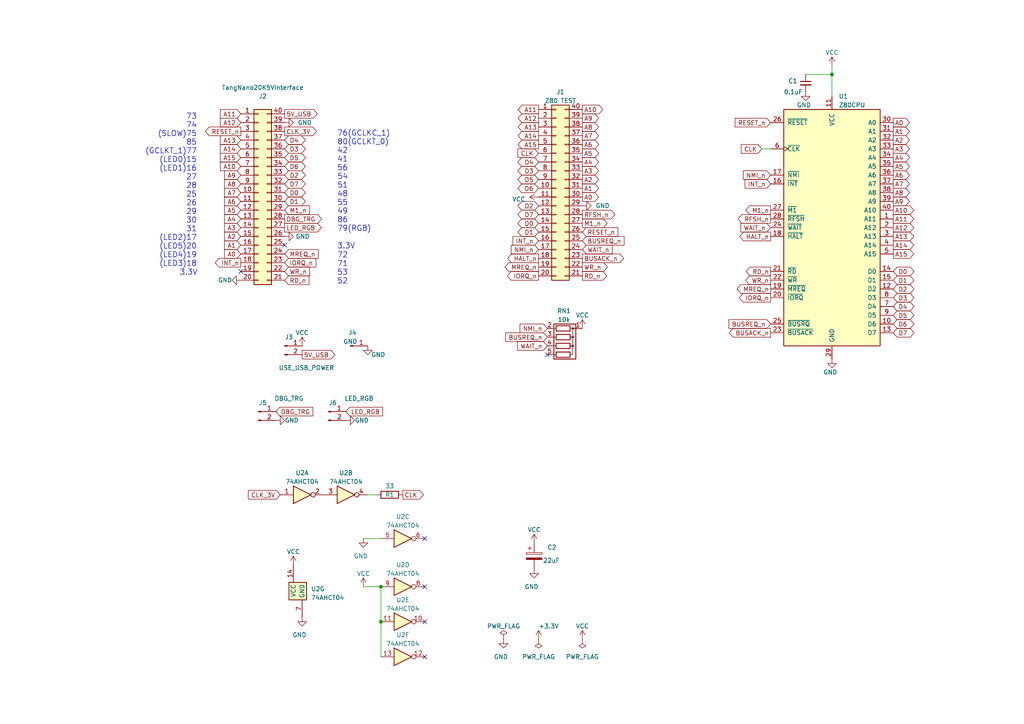
<source format=kicad_sch>
(kicad_sch (version 20230121) (generator eeschema)

  (uuid 950dc676-9e3d-407d-bc99-f86cafc50614)

  (paper "A4")

  (title_block
    (title "Memory System for Z80 using Tang Nano 20K")
    (date "2023-06-26")
    (rev "1.1")
    (company "Ryo Mukai")
  )

  (lib_symbols
    (symbol "000_MyLibrary:74AHCT04" (in_bom yes) (on_board yes)
      (property "Reference" "U" (at 0 5.08 0)
        (effects (font (size 1.27 1.27)))
      )
      (property "Value" "74AHCT04" (at 6.35 3.81 0)
        (effects (font (size 1.27 1.27)))
      )
      (property "Footprint" "" (at 0 0 0)
        (effects (font (size 1.27 1.27)) hide)
      )
      (property "Datasheet" "http://www.ti.com/lit/gpn/sn74LS04" (at 0 -3.81 0)
        (effects (font (size 1.27 1.27)) hide)
      )
      (property "ki_locked" "" (at 0 0 0)
        (effects (font (size 1.27 1.27)))
      )
      (property "ki_keywords" "TTL not inv" (at 0 0 0)
        (effects (font (size 1.27 1.27)) hide)
      )
      (property "ki_description" "Hex Inverter" (at 0 0 0)
        (effects (font (size 1.27 1.27)) hide)
      )
      (property "ki_fp_filters" "DIP*W7.62mm* SSOP?14* TSSOP?14*" (at 0 0 0)
        (effects (font (size 1.27 1.27)) hide)
      )
      (symbol "74AHCT04_1_0"
        (polyline
          (pts
            (xy -2.54 2.54)
            (xy -2.54 -2.54)
            (xy 2.54 0)
            (xy -2.54 2.54)
          )
          (stroke (width 0.254) (type default))
          (fill (type background))
        )
        (pin input line (at -6.35 0 0) (length 3.81)
          (name "~" (effects (font (size 1.27 1.27))))
          (number "1" (effects (font (size 1.27 1.27))))
        )
        (pin output inverted (at 6.35 0 180) (length 3.81)
          (name "~" (effects (font (size 1.27 1.27))))
          (number "2" (effects (font (size 1.27 1.27))))
        )
      )
      (symbol "74AHCT04_2_0"
        (polyline
          (pts
            (xy -2.54 2.54)
            (xy -2.54 -2.54)
            (xy 2.54 0)
            (xy -2.54 2.54)
          )
          (stroke (width 0.254) (type default))
          (fill (type background))
        )
        (pin input line (at -6.35 0 0) (length 3.81)
          (name "~" (effects (font (size 1.27 1.27))))
          (number "3" (effects (font (size 1.27 1.27))))
        )
        (pin output inverted (at 6.35 0 180) (length 3.81)
          (name "~" (effects (font (size 1.27 1.27))))
          (number "4" (effects (font (size 1.27 1.27))))
        )
      )
      (symbol "74AHCT04_3_0"
        (polyline
          (pts
            (xy -2.54 2.54)
            (xy -2.54 -2.54)
            (xy 2.54 0)
            (xy -2.54 2.54)
          )
          (stroke (width 0.254) (type default))
          (fill (type background))
        )
        (pin input line (at -6.35 0 0) (length 3.81)
          (name "~" (effects (font (size 1.27 1.27))))
          (number "5" (effects (font (size 1.27 1.27))))
        )
        (pin output inverted (at 6.35 0 180) (length 3.81)
          (name "~" (effects (font (size 1.27 1.27))))
          (number "6" (effects (font (size 1.27 1.27))))
        )
      )
      (symbol "74AHCT04_4_0"
        (polyline
          (pts
            (xy -2.54 2.54)
            (xy -2.54 -2.54)
            (xy 2.54 0)
            (xy -2.54 2.54)
          )
          (stroke (width 0.254) (type default))
          (fill (type background))
        )
        (pin output inverted (at 6.35 0 180) (length 3.81)
          (name "~" (effects (font (size 1.27 1.27))))
          (number "8" (effects (font (size 1.27 1.27))))
        )
        (pin input line (at -6.35 0 0) (length 3.81)
          (name "~" (effects (font (size 1.27 1.27))))
          (number "9" (effects (font (size 1.27 1.27))))
        )
      )
      (symbol "74AHCT04_5_0"
        (polyline
          (pts
            (xy -2.54 2.54)
            (xy -2.54 -2.54)
            (xy 2.54 0)
            (xy -2.54 2.54)
          )
          (stroke (width 0.254) (type default))
          (fill (type background))
        )
        (pin output inverted (at 6.35 0 180) (length 3.81)
          (name "~" (effects (font (size 1.27 1.27))))
          (number "10" (effects (font (size 1.27 1.27))))
        )
        (pin input line (at -6.35 0 0) (length 3.81)
          (name "~" (effects (font (size 1.27 1.27))))
          (number "11" (effects (font (size 1.27 1.27))))
        )
      )
      (symbol "74AHCT04_6_0"
        (polyline
          (pts
            (xy -2.54 2.54)
            (xy -2.54 -2.54)
            (xy 2.54 0)
            (xy -2.54 2.54)
          )
          (stroke (width 0.254) (type default))
          (fill (type background))
        )
        (pin output inverted (at 6.35 0 180) (length 3.81)
          (name "~" (effects (font (size 1.27 1.27))))
          (number "12" (effects (font (size 1.27 1.27))))
        )
        (pin input line (at -6.35 0 0) (length 3.81)
          (name "~" (effects (font (size 1.27 1.27))))
          (number "13" (effects (font (size 1.27 1.27))))
        )
      )
      (symbol "74AHCT04_7_0"
        (pin power_in line (at -1.27 7.62 270) (length 5.08)
          (name "VCC" (effects (font (size 1.27 1.27))))
          (number "14" (effects (font (size 1.27 1.27))))
        )
        (pin power_in line (at 1.27 -7.62 90) (length 5.08)
          (name "GND" (effects (font (size 1.27 1.27))))
          (number "7" (effects (font (size 1.27 1.27))))
        )
      )
      (symbol "74AHCT04_7_1"
        (rectangle (start -2.54 2.54) (end 2.54 -2.54)
          (stroke (width 0.254) (type default))
          (fill (type background))
        )
      )
    )
    (symbol "000_MyLibrary:C_Polarized" (pin_numbers hide) (pin_names (offset 0.254)) (in_bom yes) (on_board yes)
      (property "Reference" "C" (at 0.635 2.54 0)
        (effects (font (size 1.27 1.27)) (justify left))
      )
      (property "Value" "C_Polarized" (at 0.635 -2.54 0)
        (effects (font (size 1.27 1.27)) (justify left))
      )
      (property "Footprint" "" (at 0.9652 -3.81 0)
        (effects (font (size 1.27 1.27)) hide)
      )
      (property "Datasheet" "~" (at 0 0 0)
        (effects (font (size 1.27 1.27)) hide)
      )
      (property "ki_keywords" "cap capacitor" (at 0 0 0)
        (effects (font (size 1.27 1.27)) hide)
      )
      (property "ki_description" "Polarized capacitor" (at 0 0 0)
        (effects (font (size 1.27 1.27)) hide)
      )
      (property "ki_fp_filters" "CP_*" (at 0 0 0)
        (effects (font (size 1.27 1.27)) hide)
      )
      (symbol "C_Polarized_0_1"
        (rectangle (start -2.286 0.508) (end 2.286 1.016)
          (stroke (width 0) (type default))
          (fill (type none))
        )
        (polyline
          (pts
            (xy -1.778 2.286)
            (xy -0.762 2.286)
          )
          (stroke (width 0) (type default))
          (fill (type none))
        )
        (polyline
          (pts
            (xy -1.27 2.794)
            (xy -1.27 1.778)
          )
          (stroke (width 0) (type default))
          (fill (type none))
        )
        (rectangle (start 2.286 -0.508) (end -2.286 -1.016)
          (stroke (width 0) (type default))
          (fill (type outline))
        )
      )
      (symbol "C_Polarized_1_1"
        (pin passive line (at 0 3.81 270) (length 2.794)
          (name "~" (effects (font (size 1.27 1.27))))
          (number "1" (effects (font (size 1.27 1.27))))
        )
        (pin passive line (at 0 -3.81 90) (length 2.794)
          (name "~" (effects (font (size 1.27 1.27))))
          (number "2" (effects (font (size 1.27 1.27))))
        )
      )
    )
    (symbol "000_MyLibrary:C_Small" (pin_numbers hide) (pin_names (offset 0.254) hide) (in_bom yes) (on_board yes)
      (property "Reference" "C" (at 0.254 1.778 0)
        (effects (font (size 1.27 1.27)) (justify left))
      )
      (property "Value" "C_Small" (at 0.254 -2.032 0)
        (effects (font (size 1.27 1.27)) (justify left))
      )
      (property "Footprint" "" (at 0 0 0)
        (effects (font (size 1.27 1.27)) hide)
      )
      (property "Datasheet" "~" (at 0 0 0)
        (effects (font (size 1.27 1.27)) hide)
      )
      (property "ki_keywords" "capacitor cap" (at 0 0 0)
        (effects (font (size 1.27 1.27)) hide)
      )
      (property "ki_description" "Unpolarized capacitor, small symbol" (at 0 0 0)
        (effects (font (size 1.27 1.27)) hide)
      )
      (property "ki_fp_filters" "C_*" (at 0 0 0)
        (effects (font (size 1.27 1.27)) hide)
      )
      (symbol "C_Small_0_1"
        (polyline
          (pts
            (xy -1.524 -0.508)
            (xy 1.524 -0.508)
          )
          (stroke (width 0.3302) (type default))
          (fill (type none))
        )
        (polyline
          (pts
            (xy -1.524 0.508)
            (xy 1.524 0.508)
          )
          (stroke (width 0.3048) (type default))
          (fill (type none))
        )
      )
      (symbol "C_Small_1_1"
        (pin passive line (at 0 2.54 270) (length 2.032)
          (name "~" (effects (font (size 1.27 1.27))))
          (number "1" (effects (font (size 1.27 1.27))))
        )
        (pin passive line (at 0 -2.54 90) (length 2.032)
          (name "~" (effects (font (size 1.27 1.27))))
          (number "2" (effects (font (size 1.27 1.27))))
        )
      )
    )
    (symbol "000_MyLibrary:Conn_01x01_Pin" (pin_names (offset 1.016) hide) (in_bom yes) (on_board yes)
      (property "Reference" "J" (at 0 2.54 0)
        (effects (font (size 1.27 1.27)))
      )
      (property "Value" "Conn_01x01_Pin" (at 0 -2.54 0)
        (effects (font (size 1.27 1.27)))
      )
      (property "Footprint" "" (at 0 0 0)
        (effects (font (size 1.27 1.27)) hide)
      )
      (property "Datasheet" "~" (at 0 0 0)
        (effects (font (size 1.27 1.27)) hide)
      )
      (property "ki_locked" "" (at 0 0 0)
        (effects (font (size 1.27 1.27)))
      )
      (property "ki_keywords" "connector" (at 0 0 0)
        (effects (font (size 1.27 1.27)) hide)
      )
      (property "ki_description" "Generic connector, single row, 01x01, script generated" (at 0 0 0)
        (effects (font (size 1.27 1.27)) hide)
      )
      (property "ki_fp_filters" "Connector*:*_1x??_*" (at 0 0 0)
        (effects (font (size 1.27 1.27)) hide)
      )
      (symbol "Conn_01x01_Pin_1_1"
        (polyline
          (pts
            (xy 1.27 0)
            (xy 0.8636 0)
          )
          (stroke (width 0.1524) (type default))
          (fill (type none))
        )
        (rectangle (start 0.8636 0.127) (end 0 -0.127)
          (stroke (width 0.1524) (type default))
          (fill (type outline))
        )
        (pin passive line (at 5.08 0 180) (length 3.81)
          (name "Pin_1" (effects (font (size 1.27 1.27))))
          (number "1" (effects (font (size 1.27 1.27))))
        )
      )
    )
    (symbol "000_MyLibrary:Conn_01x02_Male" (pin_names (offset 1.016) hide) (in_bom yes) (on_board yes)
      (property "Reference" "J" (at 0 2.54 0)
        (effects (font (size 1.27 1.27)))
      )
      (property "Value" "Conn_01x02_Male" (at 0 -5.08 0)
        (effects (font (size 1.27 1.27)))
      )
      (property "Footprint" "" (at 0 0 0)
        (effects (font (size 1.27 1.27)) hide)
      )
      (property "Datasheet" "~" (at 0 0 0)
        (effects (font (size 1.27 1.27)) hide)
      )
      (property "ki_keywords" "connector" (at 0 0 0)
        (effects (font (size 1.27 1.27)) hide)
      )
      (property "ki_description" "Generic connector, single row, 01x02, script generated (kicad-library-utils/schlib/autogen/connector/)" (at 0 0 0)
        (effects (font (size 1.27 1.27)) hide)
      )
      (property "ki_fp_filters" "Connector*:*_1x??_*" (at 0 0 0)
        (effects (font (size 1.27 1.27)) hide)
      )
      (symbol "Conn_01x02_Male_1_1"
        (polyline
          (pts
            (xy 1.27 -2.54)
            (xy 0.8636 -2.54)
          )
          (stroke (width 0.1524) (type default))
          (fill (type none))
        )
        (polyline
          (pts
            (xy 1.27 0)
            (xy 0.8636 0)
          )
          (stroke (width 0.1524) (type default))
          (fill (type none))
        )
        (rectangle (start 0.8636 -2.413) (end 0 -2.667)
          (stroke (width 0.1524) (type default))
          (fill (type outline))
        )
        (rectangle (start 0.8636 0.127) (end 0 -0.127)
          (stroke (width 0.1524) (type default))
          (fill (type outline))
        )
        (pin passive line (at 5.08 0 180) (length 3.81)
          (name "Pin_1" (effects (font (size 1.27 1.27))))
          (number "1" (effects (font (size 1.27 1.27))))
        )
        (pin passive line (at 5.08 -2.54 180) (length 3.81)
          (name "Pin_2" (effects (font (size 1.27 1.27))))
          (number "2" (effects (font (size 1.27 1.27))))
        )
      )
    )
    (symbol "000_MyLibrary:Conn_02x20_Counter_Clockwise" (pin_names (offset 1.016) hide) (in_bom yes) (on_board yes)
      (property "Reference" "J" (at 1.27 25.4 0)
        (effects (font (size 1.27 1.27)))
      )
      (property "Value" "Conn_02x20_Counter_Clockwise" (at 1.27 -27.94 0)
        (effects (font (size 1.27 1.27)))
      )
      (property "Footprint" "" (at 0 0 0)
        (effects (font (size 1.27 1.27)) hide)
      )
      (property "Datasheet" "~" (at 0 0 0)
        (effects (font (size 1.27 1.27)) hide)
      )
      (property "ki_keywords" "connector" (at 0 0 0)
        (effects (font (size 1.27 1.27)) hide)
      )
      (property "ki_description" "Generic connector, double row, 02x20, counter clockwise pin numbering scheme (similar to DIP package numbering), script generated (kicad-library-utils/schlib/autogen/connector/)" (at 0 0 0)
        (effects (font (size 1.27 1.27)) hide)
      )
      (property "ki_fp_filters" "Connector*:*_2x??_*" (at 0 0 0)
        (effects (font (size 1.27 1.27)) hide)
      )
      (symbol "Conn_02x20_Counter_Clockwise_1_1"
        (rectangle (start -1.27 -25.273) (end 0 -25.527)
          (stroke (width 0.1524) (type default))
          (fill (type none))
        )
        (rectangle (start -1.27 -22.733) (end 0 -22.987)
          (stroke (width 0.1524) (type default))
          (fill (type none))
        )
        (rectangle (start -1.27 -20.193) (end 0 -20.447)
          (stroke (width 0.1524) (type default))
          (fill (type none))
        )
        (rectangle (start -1.27 -17.653) (end 0 -17.907)
          (stroke (width 0.1524) (type default))
          (fill (type none))
        )
        (rectangle (start -1.27 -15.113) (end 0 -15.367)
          (stroke (width 0.1524) (type default))
          (fill (type none))
        )
        (rectangle (start -1.27 -12.573) (end 0 -12.827)
          (stroke (width 0.1524) (type default))
          (fill (type none))
        )
        (rectangle (start -1.27 -10.033) (end 0 -10.287)
          (stroke (width 0.1524) (type default))
          (fill (type none))
        )
        (rectangle (start -1.27 -7.493) (end 0 -7.747)
          (stroke (width 0.1524) (type default))
          (fill (type none))
        )
        (rectangle (start -1.27 -4.953) (end 0 -5.207)
          (stroke (width 0.1524) (type default))
          (fill (type none))
        )
        (rectangle (start -1.27 -2.413) (end 0 -2.667)
          (stroke (width 0.1524) (type default))
          (fill (type none))
        )
        (rectangle (start -1.27 0.127) (end 0 -0.127)
          (stroke (width 0.1524) (type default))
          (fill (type none))
        )
        (rectangle (start -1.27 2.667) (end 0 2.413)
          (stroke (width 0.1524) (type default))
          (fill (type none))
        )
        (rectangle (start -1.27 5.207) (end 0 4.953)
          (stroke (width 0.1524) (type default))
          (fill (type none))
        )
        (rectangle (start -1.27 7.747) (end 0 7.493)
          (stroke (width 0.1524) (type default))
          (fill (type none))
        )
        (rectangle (start -1.27 10.287) (end 0 10.033)
          (stroke (width 0.1524) (type default))
          (fill (type none))
        )
        (rectangle (start -1.27 12.827) (end 0 12.573)
          (stroke (width 0.1524) (type default))
          (fill (type none))
        )
        (rectangle (start -1.27 15.367) (end 0 15.113)
          (stroke (width 0.1524) (type default))
          (fill (type none))
        )
        (rectangle (start -1.27 17.907) (end 0 17.653)
          (stroke (width 0.1524) (type default))
          (fill (type none))
        )
        (rectangle (start -1.27 20.447) (end 0 20.193)
          (stroke (width 0.1524) (type default))
          (fill (type none))
        )
        (rectangle (start -1.27 22.987) (end 0 22.733)
          (stroke (width 0.1524) (type default))
          (fill (type none))
        )
        (rectangle (start -1.27 24.13) (end 3.81 -26.67)
          (stroke (width 0.254) (type default))
          (fill (type background))
        )
        (rectangle (start 3.81 -25.273) (end 2.54 -25.527)
          (stroke (width 0.1524) (type default))
          (fill (type none))
        )
        (rectangle (start 3.81 -22.733) (end 2.54 -22.987)
          (stroke (width 0.1524) (type default))
          (fill (type none))
        )
        (rectangle (start 3.81 -20.193) (end 2.54 -20.447)
          (stroke (width 0.1524) (type default))
          (fill (type none))
        )
        (rectangle (start 3.81 -17.653) (end 2.54 -17.907)
          (stroke (width 0.1524) (type default))
          (fill (type none))
        )
        (rectangle (start 3.81 -15.113) (end 2.54 -15.367)
          (stroke (width 0.1524) (type default))
          (fill (type none))
        )
        (rectangle (start 3.81 -12.573) (end 2.54 -12.827)
          (stroke (width 0.1524) (type default))
          (fill (type none))
        )
        (rectangle (start 3.81 -10.033) (end 2.54 -10.287)
          (stroke (width 0.1524) (type default))
          (fill (type none))
        )
        (rectangle (start 3.81 -7.493) (end 2.54 -7.747)
          (stroke (width 0.1524) (type default))
          (fill (type none))
        )
        (rectangle (start 3.81 -4.953) (end 2.54 -5.207)
          (stroke (width 0.1524) (type default))
          (fill (type none))
        )
        (rectangle (start 3.81 -2.413) (end 2.54 -2.667)
          (stroke (width 0.1524) (type default))
          (fill (type none))
        )
        (rectangle (start 3.81 0.127) (end 2.54 -0.127)
          (stroke (width 0.1524) (type default))
          (fill (type none))
        )
        (rectangle (start 3.81 2.667) (end 2.54 2.413)
          (stroke (width 0.1524) (type default))
          (fill (type none))
        )
        (rectangle (start 3.81 5.207) (end 2.54 4.953)
          (stroke (width 0.1524) (type default))
          (fill (type none))
        )
        (rectangle (start 3.81 7.747) (end 2.54 7.493)
          (stroke (width 0.1524) (type default))
          (fill (type none))
        )
        (rectangle (start 3.81 10.287) (end 2.54 10.033)
          (stroke (width 0.1524) (type default))
          (fill (type none))
        )
        (rectangle (start 3.81 12.827) (end 2.54 12.573)
          (stroke (width 0.1524) (type default))
          (fill (type none))
        )
        (rectangle (start 3.81 15.367) (end 2.54 15.113)
          (stroke (width 0.1524) (type default))
          (fill (type none))
        )
        (rectangle (start 3.81 17.907) (end 2.54 17.653)
          (stroke (width 0.1524) (type default))
          (fill (type none))
        )
        (rectangle (start 3.81 20.447) (end 2.54 20.193)
          (stroke (width 0.1524) (type default))
          (fill (type none))
        )
        (rectangle (start 3.81 22.987) (end 2.54 22.733)
          (stroke (width 0.1524) (type default))
          (fill (type none))
        )
        (pin passive line (at -5.08 22.86 0) (length 3.81)
          (name "Pin_1" (effects (font (size 1.27 1.27))))
          (number "1" (effects (font (size 1.27 1.27))))
        )
        (pin passive line (at -5.08 0 0) (length 3.81)
          (name "Pin_10" (effects (font (size 1.27 1.27))))
          (number "10" (effects (font (size 1.27 1.27))))
        )
        (pin passive line (at -5.08 -2.54 0) (length 3.81)
          (name "Pin_11" (effects (font (size 1.27 1.27))))
          (number "11" (effects (font (size 1.27 1.27))))
        )
        (pin passive line (at -5.08 -5.08 0) (length 3.81)
          (name "Pin_12" (effects (font (size 1.27 1.27))))
          (number "12" (effects (font (size 1.27 1.27))))
        )
        (pin passive line (at -5.08 -7.62 0) (length 3.81)
          (name "Pin_13" (effects (font (size 1.27 1.27))))
          (number "13" (effects (font (size 1.27 1.27))))
        )
        (pin passive line (at -5.08 -10.16 0) (length 3.81)
          (name "Pin_14" (effects (font (size 1.27 1.27))))
          (number "14" (effects (font (size 1.27 1.27))))
        )
        (pin passive line (at -5.08 -12.7 0) (length 3.81)
          (name "Pin_15" (effects (font (size 1.27 1.27))))
          (number "15" (effects (font (size 1.27 1.27))))
        )
        (pin passive line (at -5.08 -15.24 0) (length 3.81)
          (name "Pin_16" (effects (font (size 1.27 1.27))))
          (number "16" (effects (font (size 1.27 1.27))))
        )
        (pin passive line (at -5.08 -17.78 0) (length 3.81)
          (name "Pin_17" (effects (font (size 1.27 1.27))))
          (number "17" (effects (font (size 1.27 1.27))))
        )
        (pin passive line (at -5.08 -20.32 0) (length 3.81)
          (name "Pin_18" (effects (font (size 1.27 1.27))))
          (number "18" (effects (font (size 1.27 1.27))))
        )
        (pin passive line (at -5.08 -22.86 0) (length 3.81)
          (name "Pin_19" (effects (font (size 1.27 1.27))))
          (number "19" (effects (font (size 1.27 1.27))))
        )
        (pin passive line (at -5.08 20.32 0) (length 3.81)
          (name "Pin_2" (effects (font (size 1.27 1.27))))
          (number "2" (effects (font (size 1.27 1.27))))
        )
        (pin passive line (at -5.08 -25.4 0) (length 3.81)
          (name "Pin_20" (effects (font (size 1.27 1.27))))
          (number "20" (effects (font (size 1.27 1.27))))
        )
        (pin passive line (at 7.62 -25.4 180) (length 3.81)
          (name "Pin_21" (effects (font (size 1.27 1.27))))
          (number "21" (effects (font (size 1.27 1.27))))
        )
        (pin passive line (at 7.62 -22.86 180) (length 3.81)
          (name "Pin_22" (effects (font (size 1.27 1.27))))
          (number "22" (effects (font (size 1.27 1.27))))
        )
        (pin passive line (at 7.62 -20.32 180) (length 3.81)
          (name "Pin_23" (effects (font (size 1.27 1.27))))
          (number "23" (effects (font (size 1.27 1.27))))
        )
        (pin passive line (at 7.62 -17.78 180) (length 3.81)
          (name "Pin_24" (effects (font (size 1.27 1.27))))
          (number "24" (effects (font (size 1.27 1.27))))
        )
        (pin passive line (at 7.62 -15.24 180) (length 3.81)
          (name "Pin_25" (effects (font (size 1.27 1.27))))
          (number "25" (effects (font (size 1.27 1.27))))
        )
        (pin passive line (at 7.62 -12.7 180) (length 3.81)
          (name "Pin_26" (effects (font (size 1.27 1.27))))
          (number "26" (effects (font (size 1.27 1.27))))
        )
        (pin passive line (at 7.62 -10.16 180) (length 3.81)
          (name "Pin_27" (effects (font (size 1.27 1.27))))
          (number "27" (effects (font (size 1.27 1.27))))
        )
        (pin passive line (at 7.62 -7.62 180) (length 3.81)
          (name "Pin_28" (effects (font (size 1.27 1.27))))
          (number "28" (effects (font (size 1.27 1.27))))
        )
        (pin passive line (at 7.62 -5.08 180) (length 3.81)
          (name "Pin_29" (effects (font (size 1.27 1.27))))
          (number "29" (effects (font (size 1.27 1.27))))
        )
        (pin passive line (at -5.08 17.78 0) (length 3.81)
          (name "Pin_3" (effects (font (size 1.27 1.27))))
          (number "3" (effects (font (size 1.27 1.27))))
        )
        (pin passive line (at 7.62 -2.54 180) (length 3.81)
          (name "Pin_30" (effects (font (size 1.27 1.27))))
          (number "30" (effects (font (size 1.27 1.27))))
        )
        (pin passive line (at 7.62 0 180) (length 3.81)
          (name "Pin_31" (effects (font (size 1.27 1.27))))
          (number "31" (effects (font (size 1.27 1.27))))
        )
        (pin passive line (at 7.62 2.54 180) (length 3.81)
          (name "Pin_32" (effects (font (size 1.27 1.27))))
          (number "32" (effects (font (size 1.27 1.27))))
        )
        (pin passive line (at 7.62 5.08 180) (length 3.81)
          (name "Pin_33" (effects (font (size 1.27 1.27))))
          (number "33" (effects (font (size 1.27 1.27))))
        )
        (pin passive line (at 7.62 7.62 180) (length 3.81)
          (name "Pin_34" (effects (font (size 1.27 1.27))))
          (number "34" (effects (font (size 1.27 1.27))))
        )
        (pin passive line (at 7.62 10.16 180) (length 3.81)
          (name "Pin_35" (effects (font (size 1.27 1.27))))
          (number "35" (effects (font (size 1.27 1.27))))
        )
        (pin passive line (at 7.62 12.7 180) (length 3.81)
          (name "Pin_36" (effects (font (size 1.27 1.27))))
          (number "36" (effects (font (size 1.27 1.27))))
        )
        (pin passive line (at 7.62 15.24 180) (length 3.81)
          (name "Pin_37" (effects (font (size 1.27 1.27))))
          (number "37" (effects (font (size 1.27 1.27))))
        )
        (pin passive line (at 7.62 17.78 180) (length 3.81)
          (name "Pin_38" (effects (font (size 1.27 1.27))))
          (number "38" (effects (font (size 1.27 1.27))))
        )
        (pin passive line (at 7.62 20.32 180) (length 3.81)
          (name "Pin_39" (effects (font (size 1.27 1.27))))
          (number "39" (effects (font (size 1.27 1.27))))
        )
        (pin passive line (at -5.08 15.24 0) (length 3.81)
          (name "Pin_4" (effects (font (size 1.27 1.27))))
          (number "4" (effects (font (size 1.27 1.27))))
        )
        (pin passive line (at 7.62 22.86 180) (length 3.81)
          (name "Pin_40" (effects (font (size 1.27 1.27))))
          (number "40" (effects (font (size 1.27 1.27))))
        )
        (pin passive line (at -5.08 12.7 0) (length 3.81)
          (name "Pin_5" (effects (font (size 1.27 1.27))))
          (number "5" (effects (font (size 1.27 1.27))))
        )
        (pin passive line (at -5.08 10.16 0) (length 3.81)
          (name "Pin_6" (effects (font (size 1.27 1.27))))
          (number "6" (effects (font (size 1.27 1.27))))
        )
        (pin passive line (at -5.08 7.62 0) (length 3.81)
          (name "Pin_7" (effects (font (size 1.27 1.27))))
          (number "7" (effects (font (size 1.27 1.27))))
        )
        (pin passive line (at -5.08 5.08 0) (length 3.81)
          (name "Pin_8" (effects (font (size 1.27 1.27))))
          (number "8" (effects (font (size 1.27 1.27))))
        )
        (pin passive line (at -5.08 2.54 0) (length 3.81)
          (name "Pin_9" (effects (font (size 1.27 1.27))))
          (number "9" (effects (font (size 1.27 1.27))))
        )
      )
    )
    (symbol "000_MyLibrary:R" (pin_numbers hide) (pin_names (offset 0)) (in_bom yes) (on_board yes)
      (property "Reference" "R" (at 2.032 0 90)
        (effects (font (size 1.27 1.27)))
      )
      (property "Value" "R" (at 0 0 90)
        (effects (font (size 1.27 1.27)))
      )
      (property "Footprint" "" (at -1.778 0 90)
        (effects (font (size 1.27 1.27)) hide)
      )
      (property "Datasheet" "~" (at 0 0 0)
        (effects (font (size 1.27 1.27)) hide)
      )
      (property "ki_keywords" "R res resistor" (at 0 0 0)
        (effects (font (size 1.27 1.27)) hide)
      )
      (property "ki_description" "Resistor" (at 0 0 0)
        (effects (font (size 1.27 1.27)) hide)
      )
      (property "ki_fp_filters" "R_*" (at 0 0 0)
        (effects (font (size 1.27 1.27)) hide)
      )
      (symbol "R_0_1"
        (rectangle (start -1.016 -2.54) (end 1.016 2.54)
          (stroke (width 0.254) (type default))
          (fill (type none))
        )
      )
      (symbol "R_1_1"
        (pin passive line (at 0 3.81 270) (length 1.27)
          (name "~" (effects (font (size 1.27 1.27))))
          (number "1" (effects (font (size 1.27 1.27))))
        )
        (pin passive line (at 0 -3.81 90) (length 1.27)
          (name "~" (effects (font (size 1.27 1.27))))
          (number "2" (effects (font (size 1.27 1.27))))
        )
      )
    )
    (symbol "000_MyLibrary:R_Network04" (pin_names (offset 0) hide) (in_bom yes) (on_board yes)
      (property "Reference" "RN" (at -7.62 0 90)
        (effects (font (size 1.27 1.27)))
      )
      (property "Value" "R_Network04" (at 5.08 0 90)
        (effects (font (size 1.27 1.27)))
      )
      (property "Footprint" "Resistor_THT:R_Array_SIP5" (at 6.985 0 90)
        (effects (font (size 1.27 1.27)) hide)
      )
      (property "Datasheet" "http://www.vishay.com/docs/31509/csc.pdf" (at 0 0 0)
        (effects (font (size 1.27 1.27)) hide)
      )
      (property "ki_keywords" "R network star-topology" (at 0 0 0)
        (effects (font (size 1.27 1.27)) hide)
      )
      (property "ki_description" "4 resistor network, star topology, bussed resistors, small symbol" (at 0 0 0)
        (effects (font (size 1.27 1.27)) hide)
      )
      (property "ki_fp_filters" "R?Array?SIP*" (at 0 0 0)
        (effects (font (size 1.27 1.27)) hide)
      )
      (symbol "R_Network04_0_1"
        (rectangle (start -5.842 1.524) (end -4.318 -2.54)
          (stroke (width 0.254) (type default))
          (fill (type none))
        )
        (circle (center -5.08 2.286) (radius 0.254)
          (stroke (width 0) (type default))
          (fill (type outline))
        )
        (rectangle (start -3.302 1.524) (end -1.778 -2.54)
          (stroke (width 0.254) (type default))
          (fill (type none))
        )
        (circle (center -2.54 2.286) (radius 0.254)
          (stroke (width 0) (type default))
          (fill (type outline))
        )
        (rectangle (start -0.762 1.524) (end 0.762 -2.54)
          (stroke (width 0.254) (type default))
          (fill (type none))
        )
        (polyline
          (pts
            (xy -5.08 -2.54)
            (xy -5.08 -3.81)
          )
          (stroke (width 0) (type default))
          (fill (type none))
        )
        (polyline
          (pts
            (xy -2.54 -2.54)
            (xy -2.54 -3.81)
          )
          (stroke (width 0) (type default))
          (fill (type none))
        )
        (polyline
          (pts
            (xy 0 -2.54)
            (xy 0 -3.81)
          )
          (stroke (width 0) (type default))
          (fill (type none))
        )
        (polyline
          (pts
            (xy 2.54 -2.54)
            (xy 2.54 -3.81)
          )
          (stroke (width 0) (type default))
          (fill (type none))
        )
        (polyline
          (pts
            (xy -5.08 1.524)
            (xy -5.08 2.286)
            (xy -2.54 2.286)
            (xy -2.54 1.524)
          )
          (stroke (width 0) (type default))
          (fill (type none))
        )
        (polyline
          (pts
            (xy -2.54 1.524)
            (xy -2.54 2.286)
            (xy 0 2.286)
            (xy 0 1.524)
          )
          (stroke (width 0) (type default))
          (fill (type none))
        )
        (polyline
          (pts
            (xy 0 1.524)
            (xy 0 2.286)
            (xy 2.54 2.286)
            (xy 2.54 1.524)
          )
          (stroke (width 0) (type default))
          (fill (type none))
        )
        (circle (center 0 2.286) (radius 0.254)
          (stroke (width 0) (type default))
          (fill (type outline))
        )
        (rectangle (start 1.778 1.524) (end 3.302 -2.54)
          (stroke (width 0.254) (type default))
          (fill (type none))
        )
      )
      (symbol "R_Network04_1_1"
        (rectangle (start -6.35 3.175) (end 3.81 -3.175)
          (stroke (width 0.254) (type default))
          (fill (type none))
        )
        (pin passive line (at -5.08 5.08 270) (length 2.54)
          (name "common" (effects (font (size 1.27 1.27))))
          (number "1" (effects (font (size 1.27 1.27))))
        )
        (pin passive line (at -5.08 -5.08 90) (length 1.27)
          (name "R1" (effects (font (size 1.27 1.27))))
          (number "2" (effects (font (size 1.27 1.27))))
        )
        (pin passive line (at -2.54 -5.08 90) (length 1.27)
          (name "R2" (effects (font (size 1.27 1.27))))
          (number "3" (effects (font (size 1.27 1.27))))
        )
        (pin passive line (at 0 -5.08 90) (length 1.27)
          (name "R3" (effects (font (size 1.27 1.27))))
          (number "4" (effects (font (size 1.27 1.27))))
        )
        (pin passive line (at 2.54 -5.08 90) (length 1.27)
          (name "R4" (effects (font (size 1.27 1.27))))
          (number "5" (effects (font (size 1.27 1.27))))
        )
      )
    )
    (symbol "CPU:Z80CPU" (pin_names (offset 1.016)) (in_bom yes) (on_board yes)
      (property "Reference" "U" (at -13.97 35.56 0)
        (effects (font (size 1.27 1.27)) (justify left))
      )
      (property "Value" "Z80CPU" (at 6.35 35.56 0)
        (effects (font (size 1.27 1.27)) (justify left))
      )
      (property "Footprint" "" (at 0 10.16 0)
        (effects (font (size 1.27 1.27)) hide)
      )
      (property "Datasheet" "www.zilog.com/manage_directlink.php?filepath=docs/z80/um0080" (at 0 10.16 0)
        (effects (font (size 1.27 1.27)) hide)
      )
      (property "ki_keywords" "Z80 CPU uP" (at 0 0 0)
        (effects (font (size 1.27 1.27)) hide)
      )
      (property "ki_description" "8-bit General Purpose Microprocessor, DIP-40" (at 0 0 0)
        (effects (font (size 1.27 1.27)) hide)
      )
      (property "ki_fp_filters" "DIP* PDIP*" (at 0 0 0)
        (effects (font (size 1.27 1.27)) hide)
      )
      (symbol "Z80CPU_0_1"
        (rectangle (start -13.97 34.29) (end 13.97 -34.29)
          (stroke (width 0.254) (type default))
          (fill (type background))
        )
      )
      (symbol "Z80CPU_1_1"
        (pin output line (at 17.78 2.54 180) (length 3.81)
          (name "A11" (effects (font (size 1.27 1.27))))
          (number "1" (effects (font (size 1.27 1.27))))
        )
        (pin bidirectional line (at 17.78 -27.94 180) (length 3.81)
          (name "D6" (effects (font (size 1.27 1.27))))
          (number "10" (effects (font (size 1.27 1.27))))
        )
        (pin power_in line (at 0 38.1 270) (length 3.81)
          (name "VCC" (effects (font (size 1.27 1.27))))
          (number "11" (effects (font (size 1.27 1.27))))
        )
        (pin bidirectional line (at 17.78 -17.78 180) (length 3.81)
          (name "D2" (effects (font (size 1.27 1.27))))
          (number "12" (effects (font (size 1.27 1.27))))
        )
        (pin bidirectional line (at 17.78 -30.48 180) (length 3.81)
          (name "D7" (effects (font (size 1.27 1.27))))
          (number "13" (effects (font (size 1.27 1.27))))
        )
        (pin bidirectional line (at 17.78 -12.7 180) (length 3.81)
          (name "D0" (effects (font (size 1.27 1.27))))
          (number "14" (effects (font (size 1.27 1.27))))
        )
        (pin bidirectional line (at 17.78 -15.24 180) (length 3.81)
          (name "D1" (effects (font (size 1.27 1.27))))
          (number "15" (effects (font (size 1.27 1.27))))
        )
        (pin input line (at -17.78 12.7 0) (length 3.81)
          (name "~{INT}" (effects (font (size 1.27 1.27))))
          (number "16" (effects (font (size 1.27 1.27))))
        )
        (pin input line (at -17.78 15.24 0) (length 3.81)
          (name "~{NMI}" (effects (font (size 1.27 1.27))))
          (number "17" (effects (font (size 1.27 1.27))))
        )
        (pin output line (at -17.78 -2.54 0) (length 3.81)
          (name "~{HALT}" (effects (font (size 1.27 1.27))))
          (number "18" (effects (font (size 1.27 1.27))))
        )
        (pin output line (at -17.78 -17.78 0) (length 3.81)
          (name "~{MREQ}" (effects (font (size 1.27 1.27))))
          (number "19" (effects (font (size 1.27 1.27))))
        )
        (pin output line (at 17.78 0 180) (length 3.81)
          (name "A12" (effects (font (size 1.27 1.27))))
          (number "2" (effects (font (size 1.27 1.27))))
        )
        (pin output line (at -17.78 -20.32 0) (length 3.81)
          (name "~{IORQ}" (effects (font (size 1.27 1.27))))
          (number "20" (effects (font (size 1.27 1.27))))
        )
        (pin output line (at -17.78 -12.7 0) (length 3.81)
          (name "~{RD}" (effects (font (size 1.27 1.27))))
          (number "21" (effects (font (size 1.27 1.27))))
        )
        (pin output line (at -17.78 -15.24 0) (length 3.81)
          (name "~{WR}" (effects (font (size 1.27 1.27))))
          (number "22" (effects (font (size 1.27 1.27))))
        )
        (pin output line (at -17.78 -30.48 0) (length 3.81)
          (name "~{BUSACK}" (effects (font (size 1.27 1.27))))
          (number "23" (effects (font (size 1.27 1.27))))
        )
        (pin input line (at -17.78 0 0) (length 3.81)
          (name "~{WAIT}" (effects (font (size 1.27 1.27))))
          (number "24" (effects (font (size 1.27 1.27))))
        )
        (pin input line (at -17.78 -27.94 0) (length 3.81)
          (name "~{BUSRQ}" (effects (font (size 1.27 1.27))))
          (number "25" (effects (font (size 1.27 1.27))))
        )
        (pin input line (at -17.78 30.48 0) (length 3.81)
          (name "~{RESET}" (effects (font (size 1.27 1.27))))
          (number "26" (effects (font (size 1.27 1.27))))
        )
        (pin output line (at -17.78 5.08 0) (length 3.81)
          (name "~{M1}" (effects (font (size 1.27 1.27))))
          (number "27" (effects (font (size 1.27 1.27))))
        )
        (pin output line (at -17.78 2.54 0) (length 3.81)
          (name "~{RFSH}" (effects (font (size 1.27 1.27))))
          (number "28" (effects (font (size 1.27 1.27))))
        )
        (pin power_in line (at 0 -38.1 90) (length 3.81)
          (name "GND" (effects (font (size 1.27 1.27))))
          (number "29" (effects (font (size 1.27 1.27))))
        )
        (pin output line (at 17.78 -2.54 180) (length 3.81)
          (name "A13" (effects (font (size 1.27 1.27))))
          (number "3" (effects (font (size 1.27 1.27))))
        )
        (pin output line (at 17.78 30.48 180) (length 3.81)
          (name "A0" (effects (font (size 1.27 1.27))))
          (number "30" (effects (font (size 1.27 1.27))))
        )
        (pin output line (at 17.78 27.94 180) (length 3.81)
          (name "A1" (effects (font (size 1.27 1.27))))
          (number "31" (effects (font (size 1.27 1.27))))
        )
        (pin output line (at 17.78 25.4 180) (length 3.81)
          (name "A2" (effects (font (size 1.27 1.27))))
          (number "32" (effects (font (size 1.27 1.27))))
        )
        (pin output line (at 17.78 22.86 180) (length 3.81)
          (name "A3" (effects (font (size 1.27 1.27))))
          (number "33" (effects (font (size 1.27 1.27))))
        )
        (pin output line (at 17.78 20.32 180) (length 3.81)
          (name "A4" (effects (font (size 1.27 1.27))))
          (number "34" (effects (font (size 1.27 1.27))))
        )
        (pin output line (at 17.78 17.78 180) (length 3.81)
          (name "A5" (effects (font (size 1.27 1.27))))
          (number "35" (effects (font (size 1.27 1.27))))
        )
        (pin output line (at 17.78 15.24 180) (length 3.81)
          (name "A6" (effects (font (size 1.27 1.27))))
          (number "36" (effects (font (size 1.27 1.27))))
        )
        (pin output line (at 17.78 12.7 180) (length 3.81)
          (name "A7" (effects (font (size 1.27 1.27))))
          (number "37" (effects (font (size 1.27 1.27))))
        )
        (pin output line (at 17.78 10.16 180) (length 3.81)
          (name "A8" (effects (font (size 1.27 1.27))))
          (number "38" (effects (font (size 1.27 1.27))))
        )
        (pin output line (at 17.78 7.62 180) (length 3.81)
          (name "A9" (effects (font (size 1.27 1.27))))
          (number "39" (effects (font (size 1.27 1.27))))
        )
        (pin output line (at 17.78 -5.08 180) (length 3.81)
          (name "A14" (effects (font (size 1.27 1.27))))
          (number "4" (effects (font (size 1.27 1.27))))
        )
        (pin output line (at 17.78 5.08 180) (length 3.81)
          (name "A10" (effects (font (size 1.27 1.27))))
          (number "40" (effects (font (size 1.27 1.27))))
        )
        (pin output line (at 17.78 -7.62 180) (length 3.81)
          (name "A15" (effects (font (size 1.27 1.27))))
          (number "5" (effects (font (size 1.27 1.27))))
        )
        (pin input clock (at -17.78 22.86 0) (length 3.81)
          (name "~{CLK}" (effects (font (size 1.27 1.27))))
          (number "6" (effects (font (size 1.27 1.27))))
        )
        (pin bidirectional line (at 17.78 -22.86 180) (length 3.81)
          (name "D4" (effects (font (size 1.27 1.27))))
          (number "7" (effects (font (size 1.27 1.27))))
        )
        (pin bidirectional line (at 17.78 -20.32 180) (length 3.81)
          (name "D3" (effects (font (size 1.27 1.27))))
          (number "8" (effects (font (size 1.27 1.27))))
        )
        (pin bidirectional line (at 17.78 -25.4 180) (length 3.81)
          (name "D5" (effects (font (size 1.27 1.27))))
          (number "9" (effects (font (size 1.27 1.27))))
        )
      )
    )
    (symbol "power:+3.3V" (power) (pin_names (offset 0)) (in_bom yes) (on_board yes)
      (property "Reference" "#PWR" (at 0 -3.81 0)
        (effects (font (size 1.27 1.27)) hide)
      )
      (property "Value" "+3.3V" (at 0 3.556 0)
        (effects (font (size 1.27 1.27)))
      )
      (property "Footprint" "" (at 0 0 0)
        (effects (font (size 1.27 1.27)) hide)
      )
      (property "Datasheet" "" (at 0 0 0)
        (effects (font (size 1.27 1.27)) hide)
      )
      (property "ki_keywords" "global power" (at 0 0 0)
        (effects (font (size 1.27 1.27)) hide)
      )
      (property "ki_description" "Power symbol creates a global label with name \"+3.3V\"" (at 0 0 0)
        (effects (font (size 1.27 1.27)) hide)
      )
      (symbol "+3.3V_0_1"
        (polyline
          (pts
            (xy -0.762 1.27)
            (xy 0 2.54)
          )
          (stroke (width 0) (type default))
          (fill (type none))
        )
        (polyline
          (pts
            (xy 0 0)
            (xy 0 2.54)
          )
          (stroke (width 0) (type default))
          (fill (type none))
        )
        (polyline
          (pts
            (xy 0 2.54)
            (xy 0.762 1.27)
          )
          (stroke (width 0) (type default))
          (fill (type none))
        )
      )
      (symbol "+3.3V_1_1"
        (pin power_in line (at 0 0 90) (length 0) hide
          (name "+3.3V" (effects (font (size 1.27 1.27))))
          (number "1" (effects (font (size 1.27 1.27))))
        )
      )
    )
    (symbol "power:GND" (power) (pin_names (offset 0)) (in_bom yes) (on_board yes)
      (property "Reference" "#PWR" (at 0 -6.35 0)
        (effects (font (size 1.27 1.27)) hide)
      )
      (property "Value" "GND" (at 0 -3.81 0)
        (effects (font (size 1.27 1.27)))
      )
      (property "Footprint" "" (at 0 0 0)
        (effects (font (size 1.27 1.27)) hide)
      )
      (property "Datasheet" "" (at 0 0 0)
        (effects (font (size 1.27 1.27)) hide)
      )
      (property "ki_keywords" "global power" (at 0 0 0)
        (effects (font (size 1.27 1.27)) hide)
      )
      (property "ki_description" "Power symbol creates a global label with name \"GND\" , ground" (at 0 0 0)
        (effects (font (size 1.27 1.27)) hide)
      )
      (symbol "GND_0_1"
        (polyline
          (pts
            (xy 0 0)
            (xy 0 -1.27)
            (xy 1.27 -1.27)
            (xy 0 -2.54)
            (xy -1.27 -1.27)
            (xy 0 -1.27)
          )
          (stroke (width 0) (type default))
          (fill (type none))
        )
      )
      (symbol "GND_1_1"
        (pin power_in line (at 0 0 270) (length 0) hide
          (name "GND" (effects (font (size 1.27 1.27))))
          (number "1" (effects (font (size 1.27 1.27))))
        )
      )
    )
    (symbol "power:PWR_FLAG" (power) (pin_numbers hide) (pin_names (offset 0) hide) (in_bom yes) (on_board yes)
      (property "Reference" "#FLG" (at 0 1.905 0)
        (effects (font (size 1.27 1.27)) hide)
      )
      (property "Value" "PWR_FLAG" (at 0 3.81 0)
        (effects (font (size 1.27 1.27)))
      )
      (property "Footprint" "" (at 0 0 0)
        (effects (font (size 1.27 1.27)) hide)
      )
      (property "Datasheet" "~" (at 0 0 0)
        (effects (font (size 1.27 1.27)) hide)
      )
      (property "ki_keywords" "flag power" (at 0 0 0)
        (effects (font (size 1.27 1.27)) hide)
      )
      (property "ki_description" "Special symbol for telling ERC where power comes from" (at 0 0 0)
        (effects (font (size 1.27 1.27)) hide)
      )
      (symbol "PWR_FLAG_0_0"
        (pin power_out line (at 0 0 90) (length 0)
          (name "pwr" (effects (font (size 1.27 1.27))))
          (number "1" (effects (font (size 1.27 1.27))))
        )
      )
      (symbol "PWR_FLAG_0_1"
        (polyline
          (pts
            (xy 0 0)
            (xy 0 1.27)
            (xy -1.016 1.905)
            (xy 0 2.54)
            (xy 1.016 1.905)
            (xy 0 1.27)
          )
          (stroke (width 0) (type default))
          (fill (type none))
        )
      )
    )
    (symbol "power:VCC" (power) (pin_names (offset 0)) (in_bom yes) (on_board yes)
      (property "Reference" "#PWR" (at 0 -3.81 0)
        (effects (font (size 1.27 1.27)) hide)
      )
      (property "Value" "VCC" (at 0 3.81 0)
        (effects (font (size 1.27 1.27)))
      )
      (property "Footprint" "" (at 0 0 0)
        (effects (font (size 1.27 1.27)) hide)
      )
      (property "Datasheet" "" (at 0 0 0)
        (effects (font (size 1.27 1.27)) hide)
      )
      (property "ki_keywords" "global power" (at 0 0 0)
        (effects (font (size 1.27 1.27)) hide)
      )
      (property "ki_description" "Power symbol creates a global label with name \"VCC\"" (at 0 0 0)
        (effects (font (size 1.27 1.27)) hide)
      )
      (symbol "VCC_0_1"
        (polyline
          (pts
            (xy -0.762 1.27)
            (xy 0 2.54)
          )
          (stroke (width 0) (type default))
          (fill (type none))
        )
        (polyline
          (pts
            (xy 0 0)
            (xy 0 2.54)
          )
          (stroke (width 0) (type default))
          (fill (type none))
        )
        (polyline
          (pts
            (xy 0 2.54)
            (xy 0.762 1.27)
          )
          (stroke (width 0) (type default))
          (fill (type none))
        )
      )
      (symbol "VCC_1_1"
        (pin power_in line (at 0 0 90) (length 0) hide
          (name "VCC" (effects (font (size 1.27 1.27))))
          (number "1" (effects (font (size 1.27 1.27))))
        )
      )
    )
  )

  (junction (at 110.49 180.34) (diameter 0) (color 0 0 0 0)
    (uuid 666fbb12-83da-4cd6-8186-8bc6a916a1cc)
  )
  (junction (at 241.3 21.59) (diameter 0) (color 0 0 0 0)
    (uuid 7eb00a1d-c310-4c07-8f55-e9eaa14d3e12)
  )
  (junction (at 110.49 170.18) (diameter 0) (color 0 0 0 0)
    (uuid ab313918-5325-4971-a850-a17aff2efb98)
  )

  (no_connect (at 123.19 180.34) (uuid 48cc7de0-4417-4dc2-9569-6f58f7ec7385))
  (no_connect (at 123.19 156.21) (uuid 781295dd-a7c5-4953-8201-5e13ab06db17))
  (no_connect (at 69.85 78.74) (uuid 7ddc4309-3b4e-4c04-9fc6-3c372a238947))
  (no_connect (at 123.19 170.18) (uuid 96d9b842-757f-424e-b9d2-66506446beb9))
  (no_connect (at 82.55 71.12) (uuid a9dd4940-0178-4d3c-8a09-155b7d25d79d))
  (no_connect (at 158.75 102.87) (uuid bf1097a8-8b91-41c3-8c76-a75430aa6a0e))
  (no_connect (at 123.19 190.5) (uuid e983da3e-a12c-4231-a8e0-834e233f9319))

  (wire (pts (xy 105.41 156.21) (xy 110.49 156.21))
    (stroke (width 0) (type default))
    (uuid 08014300-1c73-4773-83b1-b979c6022bd7)
  )
  (wire (pts (xy 220.98 43.18) (xy 223.52 43.18))
    (stroke (width 0) (type default))
    (uuid 0f8302a9-b984-45d4-b42d-43b8238b2bff)
  )
  (wire (pts (xy 241.3 21.59) (xy 241.3 27.94))
    (stroke (width 0) (type default))
    (uuid 835ce033-101b-4cb8-8a1b-a49bceb2b865)
  )
  (wire (pts (xy 241.3 19.05) (xy 241.3 21.59))
    (stroke (width 0) (type default))
    (uuid 8d9b7319-2d2c-4364-981c-14e4241645bc)
  )
  (wire (pts (xy 106.68 143.51) (xy 109.22 143.51))
    (stroke (width 0) (type default))
    (uuid 9d12a273-edf7-48bb-8e4b-36d283e701b3)
  )
  (wire (pts (xy 233.68 21.59) (xy 241.3 21.59))
    (stroke (width 0) (type default))
    (uuid a0774ed1-b237-41de-8d3e-cf008a68c158)
  )
  (wire (pts (xy 110.49 170.18) (xy 110.49 180.34))
    (stroke (width 0) (type default))
    (uuid d42f0639-c957-41e2-a34a-159d9beffc3d)
  )
  (wire (pts (xy 110.49 180.34) (xy 110.49 190.5))
    (stroke (width 0) (type default))
    (uuid e36bc01c-e984-447e-97d6-8469e66c7ea2)
  )
  (wire (pts (xy 105.41 170.18) (xy 110.49 170.18))
    (stroke (width 0) (type default))
    (uuid fd885051-886f-4890-bfc5-54a52877a3b4)
  )

  (text "72\n71\n53\n52" (at 97.79 82.55 0)
    (effects (font (size 1.56 1.56)) (justify left bottom))
    (uuid 223b06fb-1fcd-4aba-ae61-0e29c5faf293)
  )
  (text "73\n74\n(SLOW)75\n85\n(GCLKT_1)77\n(LED0)15\n(LED1)16\n27\n28\n25\n26\n29\n30\n31\n(LED2)17\n(LED5)20\n(LED4)19\n(LED3)18"
    (at 57.15 77.47 0)
    (effects (font (size 1.56 1.56)) (justify right bottom))
    (uuid 33587bfd-3fd1-4696-80b8-b96868a5929c)
  )
  (text "76(GCLKC_1)\n80(GCLKT_0)\n42\n41\n56\n54\n51\n48\n55\n49\n86\n79(RGB)"
    (at 97.79 67.31 0)
    (effects (font (size 1.56 1.56)) (justify left bottom))
    (uuid 4bfe8a46-0fe7-43cd-896e-a33a28e9ee03)
  )
  (text "3.3V" (at 97.79 72.39 0)
    (effects (font (size 1.56 1.56)) (justify left bottom))
    (uuid b9670d0d-b180-4451-84a9-f42401b9fa47)
  )
  (text "3.3V" (at 52.07 80.01 0)
    (effects (font (size 1.56 1.56)) (justify left bottom))
    (uuid e600ac78-2d91-4bcc-a5f2-df654dc08ad1)
  )

  (global_label "A11" (shape output) (at 259.08 63.5 0) (fields_autoplaced)
    (effects (font (size 1.27 1.27)) (justify left))
    (uuid 02222513-7969-4384-ad45-3c45786c6fe7)
    (property "Intersheetrefs" "${INTERSHEET_REFS}" (at 265.4934 63.5 0)
      (effects (font (size 1.27 1.27)) (justify left) hide)
    )
  )
  (global_label "WAIT_n" (shape input) (at 223.52 66.04 180) (fields_autoplaced)
    (effects (font (size 1.27 1.27)) (justify right))
    (uuid 02a7ab51-0f9c-422a-bfaa-9656db61ba00)
    (property "Intersheetrefs" "${INTERSHEET_REFS}" (at 214.3852 66.04 0)
      (effects (font (size 1.27 1.27)) (justify right) hide)
    )
  )
  (global_label "BUSACK_n" (shape output) (at 223.52 96.52 180) (fields_autoplaced)
    (effects (font (size 1.27 1.27)) (justify right))
    (uuid 05c4d6ce-914d-4733-9f54-674721374048)
    (property "Intersheetrefs" "${INTERSHEET_REFS}" (at 211.059 96.52 0)
      (effects (font (size 1.27 1.27)) (justify right) hide)
    )
  )
  (global_label "A13" (shape input) (at 69.85 40.64 180) (fields_autoplaced)
    (effects (font (size 1.27 1.27)) (justify right))
    (uuid 06f6ef35-2465-456d-9d74-fa6296f2a2f0)
    (property "Intersheetrefs" "${INTERSHEET_REFS}" (at 63.4366 40.64 0)
      (effects (font (size 1.27 1.27)) (justify right) hide)
    )
  )
  (global_label "D5" (shape tri_state) (at 156.21 52.07 180) (fields_autoplaced)
    (effects (font (size 1.27 1.27)) (justify right))
    (uuid 0a1518a6-6b53-4340-83e8-c0deb423b60e)
    (property "Intersheetrefs" "${INTERSHEET_REFS}" (at 149.7134 52.07 0)
      (effects (font (size 1.27 1.27)) (justify right) hide)
    )
  )
  (global_label "A13" (shape output) (at 156.21 36.83 180) (fields_autoplaced)
    (effects (font (size 1.27 1.27)) (justify right))
    (uuid 0b763cf8-72bf-4c78-84fc-849f815548a9)
    (property "Intersheetrefs" "${INTERSHEET_REFS}" (at 149.7966 36.83 0)
      (effects (font (size 1.27 1.27)) (justify right) hide)
    )
  )
  (global_label "D2" (shape tri_state) (at 156.21 59.69 180) (fields_autoplaced)
    (effects (font (size 1.27 1.27)) (justify right))
    (uuid 0e979deb-3677-4d24-87f5-9b13ccf5d643)
    (property "Intersheetrefs" "${INTERSHEET_REFS}" (at 149.7134 59.69 0)
      (effects (font (size 1.27 1.27)) (justify right) hide)
    )
  )
  (global_label "A5" (shape output) (at 168.91 44.45 0) (fields_autoplaced)
    (effects (font (size 1.27 1.27)) (justify left))
    (uuid 117f9973-8b7b-475c-99bc-547f65542839)
    (property "Intersheetrefs" "${INTERSHEET_REFS}" (at 174.1139 44.45 0)
      (effects (font (size 1.27 1.27)) (justify left) hide)
    )
  )
  (global_label "M1_n" (shape input) (at 82.55 60.96 0) (fields_autoplaced)
    (effects (font (size 1.27 1.27)) (justify left))
    (uuid 13e8cea9-1a94-40d4-9d79-c6fc21b6e55b)
    (property "Intersheetrefs" "${INTERSHEET_REFS}" (at 90.2333 60.96 0)
      (effects (font (size 1.27 1.27)) (justify left) hide)
    )
  )
  (global_label "A12" (shape input) (at 69.85 35.56 180) (fields_autoplaced)
    (effects (font (size 1.27 1.27)) (justify right))
    (uuid 1aa74f7f-dc80-4f83-bb8c-bbdf544f91d5)
    (property "Intersheetrefs" "${INTERSHEET_REFS}" (at 63.4366 35.56 0)
      (effects (font (size 1.27 1.27)) (justify right) hide)
    )
  )
  (global_label "A1" (shape output) (at 168.91 54.61 0) (fields_autoplaced)
    (effects (font (size 1.27 1.27)) (justify left))
    (uuid 1ac85fd8-4ba7-49c3-9a7a-8d70ed9a50d5)
    (property "Intersheetrefs" "${INTERSHEET_REFS}" (at 174.1139 54.61 0)
      (effects (font (size 1.27 1.27)) (justify left) hide)
    )
  )
  (global_label "A12" (shape output) (at 156.21 34.29 180) (fields_autoplaced)
    (effects (font (size 1.27 1.27)) (justify right))
    (uuid 29094b7a-7a98-4a7f-b1d4-2303ba68213c)
    (property "Intersheetrefs" "${INTERSHEET_REFS}" (at 149.7966 34.29 0)
      (effects (font (size 1.27 1.27)) (justify right) hide)
    )
  )
  (global_label "A10" (shape input) (at 69.85 48.26 180) (fields_autoplaced)
    (effects (font (size 1.27 1.27)) (justify right))
    (uuid 297ac565-0ea6-4284-aa90-eaa930945661)
    (property "Intersheetrefs" "${INTERSHEET_REFS}" (at 63.4366 48.26 0)
      (effects (font (size 1.27 1.27)) (justify right) hide)
    )
  )
  (global_label "D7" (shape tri_state) (at 156.21 62.23 180) (fields_autoplaced)
    (effects (font (size 1.27 1.27)) (justify right))
    (uuid 2b84a01a-ad63-4293-915d-a16bc1de18d9)
    (property "Intersheetrefs" "${INTERSHEET_REFS}" (at 149.7134 62.23 0)
      (effects (font (size 1.27 1.27)) (justify right) hide)
    )
  )
  (global_label "D4" (shape tri_state) (at 259.08 88.9 0) (fields_autoplaced)
    (effects (font (size 1.27 1.27)) (justify left))
    (uuid 2c711c8b-cf4f-4934-a93e-1521c2e80c76)
    (property "Intersheetrefs" "${INTERSHEET_REFS}" (at 265.5766 88.9 0)
      (effects (font (size 1.27 1.27)) (justify left) hide)
    )
  )
  (global_label "A15" (shape output) (at 259.08 73.66 0) (fields_autoplaced)
    (effects (font (size 1.27 1.27)) (justify left))
    (uuid 2dd52182-9245-48f6-ac8e-6904dc3d29cf)
    (property "Intersheetrefs" "${INTERSHEET_REFS}" (at 265.4934 73.66 0)
      (effects (font (size 1.27 1.27)) (justify left) hide)
    )
  )
  (global_label "RD_n" (shape output) (at 223.52 78.74 180) (fields_autoplaced)
    (effects (font (size 1.27 1.27)) (justify right))
    (uuid 2dee497f-71aa-42cc-b5f8-5b7b39bf98ab)
    (property "Intersheetrefs" "${INTERSHEET_REFS}" (at 215.9576 78.74 0)
      (effects (font (size 1.27 1.27)) (justify right) hide)
    )
  )
  (global_label "A2" (shape input) (at 69.85 68.58 180) (fields_autoplaced)
    (effects (font (size 1.27 1.27)) (justify right))
    (uuid 2eb5bbf5-cf42-4cc6-9939-706f24889491)
    (property "Intersheetrefs" "${INTERSHEET_REFS}" (at 64.6461 68.58 0)
      (effects (font (size 1.27 1.27)) (justify right) hide)
    )
  )
  (global_label "A15" (shape input) (at 69.85 45.72 180) (fields_autoplaced)
    (effects (font (size 1.27 1.27)) (justify right))
    (uuid 30b94ef4-d5a3-4160-bf9b-6842a3671666)
    (property "Intersheetrefs" "${INTERSHEET_REFS}" (at 63.4366 45.72 0)
      (effects (font (size 1.27 1.27)) (justify right) hide)
    )
  )
  (global_label "A4" (shape input) (at 69.85 63.5 180) (fields_autoplaced)
    (effects (font (size 1.27 1.27)) (justify right))
    (uuid 32135390-2c86-431b-a7b7-248c7c634ae4)
    (property "Intersheetrefs" "${INTERSHEET_REFS}" (at 64.6461 63.5 0)
      (effects (font (size 1.27 1.27)) (justify right) hide)
    )
  )
  (global_label "D1" (shape tri_state) (at 82.55 58.42 0) (fields_autoplaced)
    (effects (font (size 1.27 1.27)) (justify left))
    (uuid 332ecccf-61da-4bbc-8f7f-cd9d69316e5f)
    (property "Intersheetrefs" "${INTERSHEET_REFS}" (at 89.0466 58.42 0)
      (effects (font (size 1.27 1.27)) (justify left) hide)
    )
  )
  (global_label "D0" (shape tri_state) (at 259.08 78.74 0) (fields_autoplaced)
    (effects (font (size 1.27 1.27)) (justify left))
    (uuid 333675a2-3e53-424d-addb-c4de47f717f6)
    (property "Intersheetrefs" "${INTERSHEET_REFS}" (at 265.5766 78.74 0)
      (effects (font (size 1.27 1.27)) (justify left) hide)
    )
  )
  (global_label "A11" (shape input) (at 69.85 33.02 180) (fields_autoplaced)
    (effects (font (size 1.27 1.27)) (justify right))
    (uuid 341981e7-324e-4832-b789-43dece1d8734)
    (property "Intersheetrefs" "${INTERSHEET_REFS}" (at 63.4366 33.02 0)
      (effects (font (size 1.27 1.27)) (justify right) hide)
    )
  )
  (global_label "D5" (shape tri_state) (at 82.55 45.72 0) (fields_autoplaced)
    (effects (font (size 1.27 1.27)) (justify left))
    (uuid 361b2562-e081-4058-8ab3-ac4e650c66ad)
    (property "Intersheetrefs" "${INTERSHEET_REFS}" (at 89.0466 45.72 0)
      (effects (font (size 1.27 1.27)) (justify left) hide)
    )
  )
  (global_label "RFSH_n" (shape output) (at 223.52 63.5 180) (fields_autoplaced)
    (effects (font (size 1.27 1.27)) (justify right))
    (uuid 3797fc65-abab-4fa3-9898-4fc8272b4289)
    (property "Intersheetrefs" "${INTERSHEET_REFS}" (at 213.599 63.5 0)
      (effects (font (size 1.27 1.27)) (justify right) hide)
    )
  )
  (global_label "A8" (shape output) (at 168.91 36.83 0) (fields_autoplaced)
    (effects (font (size 1.27 1.27)) (justify left))
    (uuid 37d60b90-5f50-4608-a01e-b7dcd538b4a5)
    (property "Intersheetrefs" "${INTERSHEET_REFS}" (at 174.1139 36.83 0)
      (effects (font (size 1.27 1.27)) (justify left) hide)
    )
  )
  (global_label "D6" (shape tri_state) (at 156.21 54.61 180) (fields_autoplaced)
    (effects (font (size 1.27 1.27)) (justify right))
    (uuid 38a576a7-5ac0-49f8-aa2b-ce3b66742384)
    (property "Intersheetrefs" "${INTERSHEET_REFS}" (at 149.7134 54.61 0)
      (effects (font (size 1.27 1.27)) (justify right) hide)
    )
  )
  (global_label "D1" (shape tri_state) (at 259.08 81.28 0) (fields_autoplaced)
    (effects (font (size 1.27 1.27)) (justify left))
    (uuid 38fb05b9-bed7-48d7-a79c-007bbc078886)
    (property "Intersheetrefs" "${INTERSHEET_REFS}" (at 265.5766 81.28 0)
      (effects (font (size 1.27 1.27)) (justify left) hide)
    )
  )
  (global_label "A5" (shape input) (at 69.85 60.96 180) (fields_autoplaced)
    (effects (font (size 1.27 1.27)) (justify right))
    (uuid 3a2a9b88-fcfd-420f-a989-2a735da4300e)
    (property "Intersheetrefs" "${INTERSHEET_REFS}" (at 64.6461 60.96 0)
      (effects (font (size 1.27 1.27)) (justify right) hide)
    )
  )
  (global_label "A4" (shape output) (at 168.91 46.99 0) (fields_autoplaced)
    (effects (font (size 1.27 1.27)) (justify left))
    (uuid 3a8f2931-2aa0-4c15-9303-94b7574e2bd5)
    (property "Intersheetrefs" "${INTERSHEET_REFS}" (at 174.1139 46.99 0)
      (effects (font (size 1.27 1.27)) (justify left) hide)
    )
  )
  (global_label "A2" (shape output) (at 259.08 40.64 0) (fields_autoplaced)
    (effects (font (size 1.27 1.27)) (justify left))
    (uuid 3cd860bd-9184-4487-8fa5-cac87e1665be)
    (property "Intersheetrefs" "${INTERSHEET_REFS}" (at 264.2839 40.64 0)
      (effects (font (size 1.27 1.27)) (justify left) hide)
    )
  )
  (global_label "A14" (shape output) (at 156.21 39.37 180) (fields_autoplaced)
    (effects (font (size 1.27 1.27)) (justify right))
    (uuid 3e6565d7-419b-4bd1-95f4-40e139d16e0e)
    (property "Intersheetrefs" "${INTERSHEET_REFS}" (at 149.7966 39.37 0)
      (effects (font (size 1.27 1.27)) (justify right) hide)
    )
  )
  (global_label "A7" (shape output) (at 168.91 39.37 0) (fields_autoplaced)
    (effects (font (size 1.27 1.27)) (justify left))
    (uuid 45337ca4-684c-4c5d-b449-fe220adfd3c5)
    (property "Intersheetrefs" "${INTERSHEET_REFS}" (at 174.1139 39.37 0)
      (effects (font (size 1.27 1.27)) (justify left) hide)
    )
  )
  (global_label "BUSREQ_n" (shape input) (at 158.75 97.79 180) (fields_autoplaced)
    (effects (font (size 1.27 1.27)) (justify right))
    (uuid 4d2f5f8a-90ac-47d0-9bf8-378ebc28540d)
    (property "Intersheetrefs" "${INTERSHEET_REFS}" (at 146.1681 97.79 0)
      (effects (font (size 1.27 1.27)) (justify right) hide)
    )
  )
  (global_label "D3" (shape tri_state) (at 82.55 43.18 0) (fields_autoplaced)
    (effects (font (size 1.27 1.27)) (justify left))
    (uuid 4e887f1b-da0a-43c1-9d69-9af1d320dd5a)
    (property "Intersheetrefs" "${INTERSHEET_REFS}" (at 89.0466 43.18 0)
      (effects (font (size 1.27 1.27)) (justify left) hide)
    )
  )
  (global_label "IORQ_n" (shape output) (at 156.21 80.01 180) (fields_autoplaced)
    (effects (font (size 1.27 1.27)) (justify right))
    (uuid 524d0c57-33f3-4d50-8280-0736ceef3a8a)
    (property "Intersheetrefs" "${INTERSHEET_REFS}" (at 146.6518 80.01 0)
      (effects (font (size 1.27 1.27)) (justify right) hide)
    )
  )
  (global_label "IORQ_n" (shape output) (at 223.52 86.36 180) (fields_autoplaced)
    (effects (font (size 1.27 1.27)) (justify right))
    (uuid 535be29b-44f2-4977-995d-7d60aad30d5c)
    (property "Intersheetrefs" "${INTERSHEET_REFS}" (at 213.9618 86.36 0)
      (effects (font (size 1.27 1.27)) (justify right) hide)
    )
  )
  (global_label "BUSACK_n" (shape output) (at 168.91 74.93 0) (fields_autoplaced)
    (effects (font (size 1.27 1.27)) (justify left))
    (uuid 57e663da-9b29-4697-8b92-60a90b3f96ce)
    (property "Intersheetrefs" "${INTERSHEET_REFS}" (at 181.371 74.93 0)
      (effects (font (size 1.27 1.27)) (justify left) hide)
    )
  )
  (global_label "WAIT_n" (shape input) (at 168.91 72.39 0) (fields_autoplaced)
    (effects (font (size 1.27 1.27)) (justify left))
    (uuid 58892cd5-80dc-436c-bb02-0f6b3c87b25e)
    (property "Intersheetrefs" "${INTERSHEET_REFS}" (at 178.0448 72.39 0)
      (effects (font (size 1.27 1.27)) (justify left) hide)
    )
  )
  (global_label "MREQ_n" (shape output) (at 223.52 83.82 180) (fields_autoplaced)
    (effects (font (size 1.27 1.27)) (justify right))
    (uuid 5ea3909e-8962-4a8c-ba7c-8c6b3d7b7feb)
    (property "Intersheetrefs" "${INTERSHEET_REFS}" (at 213.2967 83.82 0)
      (effects (font (size 1.27 1.27)) (justify right) hide)
    )
  )
  (global_label "A5" (shape output) (at 259.08 48.26 0) (fields_autoplaced)
    (effects (font (size 1.27 1.27)) (justify left))
    (uuid 60b9151c-4575-4f0e-9a84-7af0ba19da2f)
    (property "Intersheetrefs" "${INTERSHEET_REFS}" (at 264.2839 48.26 0)
      (effects (font (size 1.27 1.27)) (justify left) hide)
    )
  )
  (global_label "A7" (shape input) (at 69.85 55.88 180) (fields_autoplaced)
    (effects (font (size 1.27 1.27)) (justify right))
    (uuid 60d6b71f-e686-4a40-a0b4-0ceb32de1be3)
    (property "Intersheetrefs" "${INTERSHEET_REFS}" (at 64.6461 55.88 0)
      (effects (font (size 1.27 1.27)) (justify right) hide)
    )
  )
  (global_label "WR_n" (shape input) (at 82.55 78.74 0) (fields_autoplaced)
    (effects (font (size 1.27 1.27)) (justify left))
    (uuid 60fefb0b-7e86-40bd-a4d2-b6c813e2cb59)
    (property "Intersheetrefs" "${INTERSHEET_REFS}" (at 90.2938 78.74 0)
      (effects (font (size 1.27 1.27)) (justify left) hide)
    )
  )
  (global_label "MREQ_n" (shape input) (at 82.55 73.66 0) (fields_autoplaced)
    (effects (font (size 1.27 1.27)) (justify left))
    (uuid 62c5efa5-e46a-467b-a8de-2c9c9dcfabb0)
    (property "Intersheetrefs" "${INTERSHEET_REFS}" (at 92.7733 73.66 0)
      (effects (font (size 1.27 1.27)) (justify left) hide)
    )
  )
  (global_label "A15" (shape output) (at 156.21 41.91 180) (fields_autoplaced)
    (effects (font (size 1.27 1.27)) (justify right))
    (uuid 64ce7b77-d2b0-4bca-bdf4-84db10b10963)
    (property "Intersheetrefs" "${INTERSHEET_REFS}" (at 149.7966 41.91 0)
      (effects (font (size 1.27 1.27)) (justify right) hide)
    )
  )
  (global_label "CLK" (shape input) (at 220.98 43.18 180) (fields_autoplaced)
    (effects (font (size 1.27 1.27)) (justify right))
    (uuid 685d1894-5d82-48f5-98ea-5af052069333)
    (property "Intersheetrefs" "${INTERSHEET_REFS}" (at 214.5061 43.18 0)
      (effects (font (size 1.27 1.27)) (justify right) hide)
    )
  )
  (global_label "HALT_n" (shape output) (at 156.21 74.93 180) (fields_autoplaced)
    (effects (font (size 1.27 1.27)) (justify right))
    (uuid 69f86f4b-50b7-4e93-932b-c631019193f4)
    (property "Intersheetrefs" "${INTERSHEET_REFS}" (at 146.7728 74.93 0)
      (effects (font (size 1.27 1.27)) (justify right) hide)
    )
  )
  (global_label "A3" (shape input) (at 69.85 66.04 180) (fields_autoplaced)
    (effects (font (size 1.27 1.27)) (justify right))
    (uuid 6aabc235-30b7-42b6-bbd3-5a7ec6ae2a2a)
    (property "Intersheetrefs" "${INTERSHEET_REFS}" (at 64.6461 66.04 0)
      (effects (font (size 1.27 1.27)) (justify right) hide)
    )
  )
  (global_label "RD_n" (shape output) (at 168.91 80.01 0) (fields_autoplaced)
    (effects (font (size 1.27 1.27)) (justify left))
    (uuid 6b5cfec2-6254-461d-a37e-f96b55762b1a)
    (property "Intersheetrefs" "${INTERSHEET_REFS}" (at 176.4724 80.01 0)
      (effects (font (size 1.27 1.27)) (justify left) hide)
    )
  )
  (global_label "A12" (shape output) (at 259.08 66.04 0) (fields_autoplaced)
    (effects (font (size 1.27 1.27)) (justify left))
    (uuid 6d3c3b5d-e3c3-4dc6-8c9b-a84070970138)
    (property "Intersheetrefs" "${INTERSHEET_REFS}" (at 265.4934 66.04 0)
      (effects (font (size 1.27 1.27)) (justify left) hide)
    )
  )
  (global_label "A8" (shape output) (at 259.08 55.88 0) (fields_autoplaced)
    (effects (font (size 1.27 1.27)) (justify left))
    (uuid 72f5b3ea-e471-41b3-a969-24bff7b3a72e)
    (property "Intersheetrefs" "${INTERSHEET_REFS}" (at 264.2839 55.88 0)
      (effects (font (size 1.27 1.27)) (justify left) hide)
    )
  )
  (global_label "D2" (shape tri_state) (at 259.08 83.82 0) (fields_autoplaced)
    (effects (font (size 1.27 1.27)) (justify left))
    (uuid 74a1ba96-9e04-46e7-b982-155cfb5f0dd4)
    (property "Intersheetrefs" "${INTERSHEET_REFS}" (at 265.5766 83.82 0)
      (effects (font (size 1.27 1.27)) (justify left) hide)
    )
  )
  (global_label "A9" (shape input) (at 69.85 50.8 180) (fields_autoplaced)
    (effects (font (size 1.27 1.27)) (justify right))
    (uuid 74f01a6f-9d26-4020-94a3-0aab900cdbde)
    (property "Intersheetrefs" "${INTERSHEET_REFS}" (at 64.6461 50.8 0)
      (effects (font (size 1.27 1.27)) (justify right) hide)
    )
  )
  (global_label "BUSREQ_n" (shape input) (at 168.91 69.85 0) (fields_autoplaced)
    (effects (font (size 1.27 1.27)) (justify left))
    (uuid 77de1e2a-b410-4515-8575-9a05cb1123e1)
    (property "Intersheetrefs" "${INTERSHEET_REFS}" (at 181.4919 69.85 0)
      (effects (font (size 1.27 1.27)) (justify left) hide)
    )
  )
  (global_label "A6" (shape output) (at 168.91 41.91 0) (fields_autoplaced)
    (effects (font (size 1.27 1.27)) (justify left))
    (uuid 781293ee-9fd6-4c41-9b78-4e98447ef865)
    (property "Intersheetrefs" "${INTERSHEET_REFS}" (at 174.1139 41.91 0)
      (effects (font (size 1.27 1.27)) (justify left) hide)
    )
  )
  (global_label "D0" (shape tri_state) (at 156.21 64.77 180) (fields_autoplaced)
    (effects (font (size 1.27 1.27)) (justify right))
    (uuid 798935bf-3a1e-4411-8df7-7192ce496632)
    (property "Intersheetrefs" "${INTERSHEET_REFS}" (at 149.7134 64.77 0)
      (effects (font (size 1.27 1.27)) (justify right) hide)
    )
  )
  (global_label "A7" (shape output) (at 259.08 53.34 0) (fields_autoplaced)
    (effects (font (size 1.27 1.27)) (justify left))
    (uuid 7a70834f-7842-4974-9276-ea87acc7d2f9)
    (property "Intersheetrefs" "${INTERSHEET_REFS}" (at 264.2839 53.34 0)
      (effects (font (size 1.27 1.27)) (justify left) hide)
    )
  )
  (global_label "INT_n" (shape output) (at 69.85 76.2 180) (fields_autoplaced)
    (effects (font (size 1.27 1.27)) (justify right))
    (uuid 7ae3ae53-45e6-4202-bd66-bb1da05b0fc2)
    (property "Intersheetrefs" "${INTERSHEET_REFS}" (at 61.9247 76.2 0)
      (effects (font (size 1.27 1.27)) (justify right) hide)
    )
  )
  (global_label "A10" (shape output) (at 168.91 31.75 0) (fields_autoplaced)
    (effects (font (size 1.27 1.27)) (justify left))
    (uuid 84299c52-53aa-4aa9-933c-9908a38bc27d)
    (property "Intersheetrefs" "${INTERSHEET_REFS}" (at 175.3234 31.75 0)
      (effects (font (size 1.27 1.27)) (justify left) hide)
    )
  )
  (global_label "A11" (shape output) (at 156.21 31.75 180) (fields_autoplaced)
    (effects (font (size 1.27 1.27)) (justify right))
    (uuid 8599ce25-8411-47ca-a753-153205aa0ec3)
    (property "Intersheetrefs" "${INTERSHEET_REFS}" (at 149.7966 31.75 0)
      (effects (font (size 1.27 1.27)) (justify right) hide)
    )
  )
  (global_label "A2" (shape output) (at 168.91 52.07 0) (fields_autoplaced)
    (effects (font (size 1.27 1.27)) (justify left))
    (uuid 86891fd9-7e7b-48fd-b381-f529fb71b829)
    (property "Intersheetrefs" "${INTERSHEET_REFS}" (at 174.1139 52.07 0)
      (effects (font (size 1.27 1.27)) (justify left) hide)
    )
  )
  (global_label "A0" (shape output) (at 259.08 35.56 0) (fields_autoplaced)
    (effects (font (size 1.27 1.27)) (justify left))
    (uuid 88e62358-f31e-4681-a47b-7840920497c1)
    (property "Intersheetrefs" "${INTERSHEET_REFS}" (at 264.2839 35.56 0)
      (effects (font (size 1.27 1.27)) (justify left) hide)
    )
  )
  (global_label "A3" (shape output) (at 168.91 49.53 0) (fields_autoplaced)
    (effects (font (size 1.27 1.27)) (justify left))
    (uuid 89e6aac1-9748-4fde-bdbd-4612f8220c10)
    (property "Intersheetrefs" "${INTERSHEET_REFS}" (at 174.1139 49.53 0)
      (effects (font (size 1.27 1.27)) (justify left) hide)
    )
  )
  (global_label "D6" (shape tri_state) (at 259.08 93.98 0) (fields_autoplaced)
    (effects (font (size 1.27 1.27)) (justify left))
    (uuid 8ae87296-3d02-4119-ab7d-dacd4a4207c1)
    (property "Intersheetrefs" "${INTERSHEET_REFS}" (at 265.5766 93.98 0)
      (effects (font (size 1.27 1.27)) (justify left) hide)
    )
  )
  (global_label "MREQ_n" (shape output) (at 156.21 77.47 180) (fields_autoplaced)
    (effects (font (size 1.27 1.27)) (justify right))
    (uuid 8b3595ba-e87a-4f6c-b4a0-43f03d14a764)
    (property "Intersheetrefs" "${INTERSHEET_REFS}" (at 145.9867 77.47 0)
      (effects (font (size 1.27 1.27)) (justify right) hide)
    )
  )
  (global_label "DBG_TRG" (shape output) (at 82.55 63.5 0) (fields_autoplaced)
    (effects (font (size 1.27 1.27)) (justify left))
    (uuid 8ed241fc-8cb5-4b4e-961f-dc25f03d8cd0)
    (property "Intersheetrefs" "${INTERSHEET_REFS}" (at 93.741 63.5 0)
      (effects (font (size 1.27 1.27)) (justify left) hide)
    )
  )
  (global_label "A0" (shape input) (at 69.85 73.66 180) (fields_autoplaced)
    (effects (font (size 1.27 1.27)) (justify right))
    (uuid 910d50fc-98a6-4b07-952b-b7273d114d0a)
    (property "Intersheetrefs" "${INTERSHEET_REFS}" (at 64.6461 73.66 0)
      (effects (font (size 1.27 1.27)) (justify right) hide)
    )
  )
  (global_label "IORQ_n" (shape input) (at 82.55 76.2 0) (fields_autoplaced)
    (effects (font (size 1.27 1.27)) (justify left))
    (uuid 921e80bb-be68-49d5-9535-1a95a6db5474)
    (property "Intersheetrefs" "${INTERSHEET_REFS}" (at 92.1082 76.2 0)
      (effects (font (size 1.27 1.27)) (justify left) hide)
    )
  )
  (global_label "A13" (shape output) (at 259.08 68.58 0) (fields_autoplaced)
    (effects (font (size 1.27 1.27)) (justify left))
    (uuid 92f86830-e510-4f2a-a030-145f1519de37)
    (property "Intersheetrefs" "${INTERSHEET_REFS}" (at 265.4934 68.58 0)
      (effects (font (size 1.27 1.27)) (justify left) hide)
    )
  )
  (global_label "RESET_n" (shape input) (at 223.52 35.56 180) (fields_autoplaced)
    (effects (font (size 1.27 1.27)) (justify right))
    (uuid 96296a33-942b-424a-9452-f4253192651e)
    (property "Intersheetrefs" "${INTERSHEET_REFS}" (at 212.7525 35.56 0)
      (effects (font (size 1.27 1.27)) (justify right) hide)
    )
  )
  (global_label "CLK_3V" (shape input) (at 81.28 143.51 180) (fields_autoplaced)
    (effects (font (size 1.27 1.27)) (justify right))
    (uuid 99a264d7-d6a6-4bff-b4da-c8f1ea125212)
    (property "Intersheetrefs" "${INTERSHEET_REFS}" (at 71.5404 143.51 0)
      (effects (font (size 1.27 1.27)) (justify right) hide)
    )
  )
  (global_label "A14" (shape output) (at 259.08 71.12 0) (fields_autoplaced)
    (effects (font (size 1.27 1.27)) (justify left))
    (uuid 9a8a6d97-abef-49c4-897d-9aa462b4c347)
    (property "Intersheetrefs" "${INTERSHEET_REFS}" (at 265.4934 71.12 0)
      (effects (font (size 1.27 1.27)) (justify left) hide)
    )
  )
  (global_label "NMI_n" (shape input) (at 223.52 50.8 180) (fields_autoplaced)
    (effects (font (size 1.27 1.27)) (justify right))
    (uuid 9b348a1b-fec7-4fe2-a432-34d567562607)
    (property "Intersheetrefs" "${INTERSHEET_REFS}" (at 215.1109 50.8 0)
      (effects (font (size 1.27 1.27)) (justify right) hide)
    )
  )
  (global_label "DBG_TRG" (shape input) (at 80.01 119.38 0) (fields_autoplaced)
    (effects (font (size 1.27 1.27)) (justify left))
    (uuid 9c9ebaec-fd21-4fe9-8b59-af13b95f344d)
    (property "Intersheetrefs" "${INTERSHEET_REFS}" (at 91.201 119.38 0)
      (effects (font (size 1.27 1.27)) (justify left) hide)
    )
  )
  (global_label "5V_USB" (shape output) (at 87.63 102.87 0) (fields_autoplaced)
    (effects (font (size 1.27 1.27)) (justify left))
    (uuid 9e519ff5-2c7f-4a57-ac5c-653fe4092c2b)
    (property "Intersheetrefs" "${INTERSHEET_REFS}" (at 97.6115 102.87 0)
      (effects (font (size 1.27 1.27)) (justify left) hide)
    )
  )
  (global_label "HALT_n" (shape output) (at 223.52 68.58 180) (fields_autoplaced)
    (effects (font (size 1.27 1.27)) (justify right))
    (uuid 9f0cca0d-6019-4e4c-96e8-9211a7a187d0)
    (property "Intersheetrefs" "${INTERSHEET_REFS}" (at 214.0828 68.58 0)
      (effects (font (size 1.27 1.27)) (justify right) hide)
    )
  )
  (global_label "D6" (shape tri_state) (at 82.55 48.26 0) (fields_autoplaced)
    (effects (font (size 1.27 1.27)) (justify left))
    (uuid a050faea-0773-45e5-8bc5-7da04ee59141)
    (property "Intersheetrefs" "${INTERSHEET_REFS}" (at 89.0466 48.26 0)
      (effects (font (size 1.27 1.27)) (justify left) hide)
    )
  )
  (global_label "CLK_3V" (shape output) (at 82.55 38.1 0) (fields_autoplaced)
    (effects (font (size 1.27 1.27)) (justify left))
    (uuid a655ad43-849d-4b6b-9958-3e79816ffae9)
    (property "Intersheetrefs" "${INTERSHEET_REFS}" (at 92.2896 38.1 0)
      (effects (font (size 1.27 1.27)) (justify left) hide)
    )
  )
  (global_label "LED_RGB" (shape output) (at 82.55 66.04 0) (fields_autoplaced)
    (effects (font (size 1.27 1.27)) (justify left))
    (uuid aa7c13b6-f74e-4109-8fc7-1bd8cdfcada4)
    (property "Intersheetrefs" "${INTERSHEET_REFS}" (at 93.6805 66.04 0)
      (effects (font (size 1.27 1.27)) (justify left) hide)
    )
  )
  (global_label "A9" (shape output) (at 259.08 58.42 0) (fields_autoplaced)
    (effects (font (size 1.27 1.27)) (justify left))
    (uuid afc77c15-df96-4618-960c-2fc55116762c)
    (property "Intersheetrefs" "${INTERSHEET_REFS}" (at 264.2839 58.42 0)
      (effects (font (size 1.27 1.27)) (justify left) hide)
    )
  )
  (global_label "INT_n" (shape input) (at 223.52 53.34 180) (fields_autoplaced)
    (effects (font (size 1.27 1.27)) (justify right))
    (uuid b0fbb1cf-f5d9-4a2f-a3f8-8d342882d621)
    (property "Intersheetrefs" "${INTERSHEET_REFS}" (at 215.5947 53.34 0)
      (effects (font (size 1.27 1.27)) (justify right) hide)
    )
  )
  (global_label "CLK" (shape output) (at 116.84 143.51 0) (fields_autoplaced)
    (effects (font (size 1.27 1.27)) (justify left))
    (uuid b1b1b273-c180-4f40-a1b0-6e193b6c0c4f)
    (property "Intersheetrefs" "${INTERSHEET_REFS}" (at 123.3139 143.51 0)
      (effects (font (size 1.27 1.27)) (justify left) hide)
    )
  )
  (global_label "RD_n" (shape input) (at 82.55 81.28 0) (fields_autoplaced)
    (effects (font (size 1.27 1.27)) (justify left))
    (uuid b2ff7614-6703-4bc9-93b2-35c62724d787)
    (property "Intersheetrefs" "${INTERSHEET_REFS}" (at 90.1124 81.28 0)
      (effects (font (size 1.27 1.27)) (justify left) hide)
    )
  )
  (global_label "RESET_n" (shape input) (at 168.91 67.31 0) (fields_autoplaced)
    (effects (font (size 1.27 1.27)) (justify left))
    (uuid b33679a0-f608-4af9-a04e-6efc4b2e7971)
    (property "Intersheetrefs" "${INTERSHEET_REFS}" (at 179.6775 67.31 0)
      (effects (font (size 1.27 1.27)) (justify left) hide)
    )
  )
  (global_label "BUSREQ_n" (shape input) (at 223.52 93.98 180) (fields_autoplaced)
    (effects (font (size 1.27 1.27)) (justify right))
    (uuid b44c937b-c235-432c-a6b8-bab44e4d1c36)
    (property "Intersheetrefs" "${INTERSHEET_REFS}" (at 210.9381 93.98 0)
      (effects (font (size 1.27 1.27)) (justify right) hide)
    )
  )
  (global_label "D4" (shape tri_state) (at 156.21 46.99 180) (fields_autoplaced)
    (effects (font (size 1.27 1.27)) (justify right))
    (uuid b5b7baab-68ec-4b50-96d8-8d98839bf243)
    (property "Intersheetrefs" "${INTERSHEET_REFS}" (at 149.7134 46.99 0)
      (effects (font (size 1.27 1.27)) (justify right) hide)
    )
  )
  (global_label "D2" (shape tri_state) (at 82.55 50.8 0) (fields_autoplaced)
    (effects (font (size 1.27 1.27)) (justify left))
    (uuid b7cc1397-b8cd-4071-98ab-20017e8c4883)
    (property "Intersheetrefs" "${INTERSHEET_REFS}" (at 89.0466 50.8 0)
      (effects (font (size 1.27 1.27)) (justify left) hide)
    )
  )
  (global_label "A1" (shape output) (at 259.08 38.1 0) (fields_autoplaced)
    (effects (font (size 1.27 1.27)) (justify left))
    (uuid bd8d417a-7794-41aa-bbf5-5f2257ae71df)
    (property "Intersheetrefs" "${INTERSHEET_REFS}" (at 264.2839 38.1 0)
      (effects (font (size 1.27 1.27)) (justify left) hide)
    )
  )
  (global_label "A9" (shape output) (at 168.91 34.29 0) (fields_autoplaced)
    (effects (font (size 1.27 1.27)) (justify left))
    (uuid c16b4f3d-8cce-4d7f-bf97-cf953d885520)
    (property "Intersheetrefs" "${INTERSHEET_REFS}" (at 174.1139 34.29 0)
      (effects (font (size 1.27 1.27)) (justify left) hide)
    )
  )
  (global_label "D0" (shape tri_state) (at 82.55 55.88 0) (fields_autoplaced)
    (effects (font (size 1.27 1.27)) (justify left))
    (uuid c18c136f-0569-472c-b51b-8f32a0ed9e27)
    (property "Intersheetrefs" "${INTERSHEET_REFS}" (at 89.0466 55.88 0)
      (effects (font (size 1.27 1.27)) (justify left) hide)
    )
  )
  (global_label "D3" (shape tri_state) (at 156.21 49.53 180) (fields_autoplaced)
    (effects (font (size 1.27 1.27)) (justify right))
    (uuid c3020f02-8a2b-4b33-b402-59cafb123dda)
    (property "Intersheetrefs" "${INTERSHEET_REFS}" (at 149.7134 49.53 0)
      (effects (font (size 1.27 1.27)) (justify right) hide)
    )
  )
  (global_label "D3" (shape tri_state) (at 259.08 86.36 0) (fields_autoplaced)
    (effects (font (size 1.27 1.27)) (justify left))
    (uuid c39ffa54-f121-4b26-9a20-063ecf7ec7ec)
    (property "Intersheetrefs" "${INTERSHEET_REFS}" (at 265.5766 86.36 0)
      (effects (font (size 1.27 1.27)) (justify left) hide)
    )
  )
  (global_label "M1_n" (shape output) (at 168.91 64.77 0) (fields_autoplaced)
    (effects (font (size 1.27 1.27)) (justify left))
    (uuid c4798c84-3c8a-4cc7-8ba2-5886466775cf)
    (property "Intersheetrefs" "${INTERSHEET_REFS}" (at 176.5933 64.77 0)
      (effects (font (size 1.27 1.27)) (justify left) hide)
    )
  )
  (global_label "5V_USB" (shape output) (at 82.55 33.02 0) (fields_autoplaced)
    (effects (font (size 1.27 1.27)) (justify left))
    (uuid c492f3ad-20eb-4ec4-b8aa-8073b1b57cad)
    (property "Intersheetrefs" "${INTERSHEET_REFS}" (at 92.5315 33.02 0)
      (effects (font (size 1.27 1.27)) (justify left) hide)
    )
  )
  (global_label "A6" (shape output) (at 259.08 50.8 0) (fields_autoplaced)
    (effects (font (size 1.27 1.27)) (justify left))
    (uuid c4a3bdba-420c-486d-9f2b-f55c9f9972bc)
    (property "Intersheetrefs" "${INTERSHEET_REFS}" (at 264.2839 50.8 0)
      (effects (font (size 1.27 1.27)) (justify left) hide)
    )
  )
  (global_label "A6" (shape input) (at 69.85 58.42 180) (fields_autoplaced)
    (effects (font (size 1.27 1.27)) (justify right))
    (uuid c6be1962-2daa-4c09-b9d0-6c961360db64)
    (property "Intersheetrefs" "${INTERSHEET_REFS}" (at 64.6461 58.42 0)
      (effects (font (size 1.27 1.27)) (justify right) hide)
    )
  )
  (global_label "RFSH_n" (shape output) (at 168.91 62.23 0) (fields_autoplaced)
    (effects (font (size 1.27 1.27)) (justify left))
    (uuid ca2f78cc-bb50-47b7-9f81-7707441c9122)
    (property "Intersheetrefs" "${INTERSHEET_REFS}" (at 178.831 62.23 0)
      (effects (font (size 1.27 1.27)) (justify left) hide)
    )
  )
  (global_label "D1" (shape tri_state) (at 156.21 67.31 180) (fields_autoplaced)
    (effects (font (size 1.27 1.27)) (justify right))
    (uuid cf04031d-d1bc-40d4-84cf-1c21900f6586)
    (property "Intersheetrefs" "${INTERSHEET_REFS}" (at 149.7134 67.31 0)
      (effects (font (size 1.27 1.27)) (justify right) hide)
    )
  )
  (global_label "D7" (shape tri_state) (at 82.55 53.34 0) (fields_autoplaced)
    (effects (font (size 1.27 1.27)) (justify left))
    (uuid d3721faf-d238-4fb8-94ac-14840d3c9cb7)
    (property "Intersheetrefs" "${INTERSHEET_REFS}" (at 89.0466 53.34 0)
      (effects (font (size 1.27 1.27)) (justify left) hide)
    )
  )
  (global_label "A4" (shape output) (at 259.08 45.72 0) (fields_autoplaced)
    (effects (font (size 1.27 1.27)) (justify left))
    (uuid d471839d-53a1-45bf-a1f6-d6030e21157d)
    (property "Intersheetrefs" "${INTERSHEET_REFS}" (at 264.2839 45.72 0)
      (effects (font (size 1.27 1.27)) (justify left) hide)
    )
  )
  (global_label "M1_n" (shape output) (at 223.52 60.96 180) (fields_autoplaced)
    (effects (font (size 1.27 1.27)) (justify right))
    (uuid d5213f44-4ed2-4fc3-b1d0-c9a28203bcd4)
    (property "Intersheetrefs" "${INTERSHEET_REFS}" (at 215.8367 60.96 0)
      (effects (font (size 1.27 1.27)) (justify right) hide)
    )
  )
  (global_label "WR_n" (shape output) (at 223.52 81.28 180) (fields_autoplaced)
    (effects (font (size 1.27 1.27)) (justify right))
    (uuid d56b4880-0858-4b4f-b72c-0797ec5fc1de)
    (property "Intersheetrefs" "${INTERSHEET_REFS}" (at 215.7762 81.28 0)
      (effects (font (size 1.27 1.27)) (justify right) hide)
    )
  )
  (global_label "NMI_n" (shape input) (at 156.21 72.39 180) (fields_autoplaced)
    (effects (font (size 1.27 1.27)) (justify right))
    (uuid d9c7df1f-ba98-4cca-a043-267d1b6e274d)
    (property "Intersheetrefs" "${INTERSHEET_REFS}" (at 147.8009 72.39 0)
      (effects (font (size 1.27 1.27)) (justify right) hide)
    )
  )
  (global_label "WAIT_n" (shape input) (at 158.75 100.33 180) (fields_autoplaced)
    (effects (font (size 1.27 1.27)) (justify right))
    (uuid db2b62e8-9696-432c-b592-7243b1b5cfbd)
    (property "Intersheetrefs" "${INTERSHEET_REFS}" (at 149.6152 100.33 0)
      (effects (font (size 1.27 1.27)) (justify right) hide)
    )
  )
  (global_label "WR_n" (shape output) (at 168.91 77.47 0) (fields_autoplaced)
    (effects (font (size 1.27 1.27)) (justify left))
    (uuid e42967c5-b529-4ee0-829e-bb9afe4bab74)
    (property "Intersheetrefs" "${INTERSHEET_REFS}" (at 176.6538 77.47 0)
      (effects (font (size 1.27 1.27)) (justify left) hide)
    )
  )
  (global_label "INT_n" (shape input) (at 156.21 69.85 180) (fields_autoplaced)
    (effects (font (size 1.27 1.27)) (justify right))
    (uuid e44a2a61-7d2e-4290-8fa3-685a01627c38)
    (property "Intersheetrefs" "${INTERSHEET_REFS}" (at 148.2847 69.85 0)
      (effects (font (size 1.27 1.27)) (justify right) hide)
    )
  )
  (global_label "CLK" (shape input) (at 156.21 44.45 180) (fields_autoplaced)
    (effects (font (size 1.27 1.27)) (justify right))
    (uuid e4ce3289-ed55-4fe7-96a1-084a27147504)
    (property "Intersheetrefs" "${INTERSHEET_REFS}" (at 149.7361 44.45 0)
      (effects (font (size 1.27 1.27)) (justify right) hide)
    )
  )
  (global_label "A1" (shape input) (at 69.85 71.12 180) (fields_autoplaced)
    (effects (font (size 1.27 1.27)) (justify right))
    (uuid e715917f-390c-43ff-b598-311a773039c3)
    (property "Intersheetrefs" "${INTERSHEET_REFS}" (at 64.6461 71.12 0)
      (effects (font (size 1.27 1.27)) (justify right) hide)
    )
  )
  (global_label "A3" (shape output) (at 259.08 43.18 0) (fields_autoplaced)
    (effects (font (size 1.27 1.27)) (justify left))
    (uuid e76af19c-3742-4353-ab44-8ff07930f68f)
    (property "Intersheetrefs" "${INTERSHEET_REFS}" (at 264.2839 43.18 0)
      (effects (font (size 1.27 1.27)) (justify left) hide)
    )
  )
  (global_label "NMI_n" (shape input) (at 158.75 95.25 180) (fields_autoplaced)
    (effects (font (size 1.27 1.27)) (justify right))
    (uuid ebf87193-952a-47a3-a091-40fa2ecb4775)
    (property "Intersheetrefs" "${INTERSHEET_REFS}" (at 150.3409 95.25 0)
      (effects (font (size 1.27 1.27)) (justify right) hide)
    )
  )
  (global_label "A0" (shape output) (at 168.91 57.15 0) (fields_autoplaced)
    (effects (font (size 1.27 1.27)) (justify left))
    (uuid ec2d853e-650c-4adb-a40a-61350fbbbf29)
    (property "Intersheetrefs" "${INTERSHEET_REFS}" (at 174.1139 57.15 0)
      (effects (font (size 1.27 1.27)) (justify left) hide)
    )
  )
  (global_label "D5" (shape tri_state) (at 259.08 91.44 0) (fields_autoplaced)
    (effects (font (size 1.27 1.27)) (justify left))
    (uuid ef6d072e-ba71-452e-aea5-b556d99f7ac4)
    (property "Intersheetrefs" "${INTERSHEET_REFS}" (at 265.5766 91.44 0)
      (effects (font (size 1.27 1.27)) (justify left) hide)
    )
  )
  (global_label "D7" (shape tri_state) (at 259.08 96.52 0) (fields_autoplaced)
    (effects (font (size 1.27 1.27)) (justify left))
    (uuid f2f804aa-6653-488b-9ddd-42af61471a24)
    (property "Intersheetrefs" "${INTERSHEET_REFS}" (at 265.5766 96.52 0)
      (effects (font (size 1.27 1.27)) (justify left) hide)
    )
  )
  (global_label "RESET_n" (shape output) (at 69.85 38.1 180) (fields_autoplaced)
    (effects (font (size 1.27 1.27)) (justify right))
    (uuid f5ae998a-07a2-49e9-a03a-900144b93695)
    (property "Intersheetrefs" "${INTERSHEET_REFS}" (at 59.0825 38.1 0)
      (effects (font (size 1.27 1.27)) (justify right) hide)
    )
  )
  (global_label "A10" (shape output) (at 259.08 60.96 0) (fields_autoplaced)
    (effects (font (size 1.27 1.27)) (justify left))
    (uuid f8e5ed14-3e87-4a89-8bc1-f8c44c9bf4b9)
    (property "Intersheetrefs" "${INTERSHEET_REFS}" (at 265.4934 60.96 0)
      (effects (font (size 1.27 1.27)) (justify left) hide)
    )
  )
  (global_label "A8" (shape input) (at 69.85 53.34 180) (fields_autoplaced)
    (effects (font (size 1.27 1.27)) (justify right))
    (uuid fe2ec445-41c1-4996-b879-c914c4e3ba67)
    (property "Intersheetrefs" "${INTERSHEET_REFS}" (at 64.6461 53.34 0)
      (effects (font (size 1.27 1.27)) (justify right) hide)
    )
  )
  (global_label "LED_RGB" (shape input) (at 100.33 119.38 0) (fields_autoplaced)
    (effects (font (size 1.27 1.27)) (justify left))
    (uuid fed7679d-1332-40e1-be87-8067ccb624d0)
    (property "Intersheetrefs" "${INTERSHEET_REFS}" (at 111.4605 119.38 0)
      (effects (font (size 1.27 1.27)) (justify left) hide)
    )
  )
  (global_label "D4" (shape tri_state) (at 82.55 40.64 0) (fields_autoplaced)
    (effects (font (size 1.27 1.27)) (justify left))
    (uuid fee19235-9ecb-4183-88a6-4ceec1d6bc7e)
    (property "Intersheetrefs" "${INTERSHEET_REFS}" (at 89.0466 40.64 0)
      (effects (font (size 1.27 1.27)) (justify left) hide)
    )
  )
  (global_label "A14" (shape input) (at 69.85 43.18 180) (fields_autoplaced)
    (effects (font (size 1.27 1.27)) (justify right))
    (uuid ffedcdaf-b9cc-4627-b367-9eb1287de24a)
    (property "Intersheetrefs" "${INTERSHEET_REFS}" (at 63.4366 43.18 0)
      (effects (font (size 1.27 1.27)) (justify right) hide)
    )
  )

  (symbol (lib_id "000_MyLibrary:Conn_02x20_Counter_Clockwise") (at 161.29 54.61 0) (unit 1)
    (in_bom yes) (on_board yes) (dnp no) (fields_autoplaced)
    (uuid 01847fff-f0c8-462c-807f-bb2683ab0dea)
    (property "Reference" "J1" (at 162.56 26.67 0)
      (effects (font (size 1.27 1.27)))
    )
    (property "Value" "Z80 TEST" (at 162.56 29.21 0)
      (effects (font (size 1.27 1.27)))
    )
    (property "Footprint" "000_MyFootprint:DIP-40_W20.32mm800mil_Socket" (at 161.29 54.61 0)
      (effects (font (size 1.27 1.27)) hide)
    )
    (property "Datasheet" "~" (at 161.29 54.61 0)
      (effects (font (size 1.27 1.27)) hide)
    )
    (pin "1" (uuid c412ce33-23dc-41f5-9301-a75487528e71))
    (pin "10" (uuid 49de310d-1cb3-41ff-a5c9-71d50f9840a9))
    (pin "11" (uuid f815b0f1-7e14-4c09-9e4e-5604fd4d172d))
    (pin "12" (uuid d1a40f49-1aa8-4292-9ac7-7d376ff97b4f))
    (pin "13" (uuid 8a93c41b-964d-410c-9546-4bb7c90a7912))
    (pin "14" (uuid 68d8217b-e0d2-4673-aaa3-0260d0f3f6f9))
    (pin "15" (uuid 5fe2e26b-0217-4752-ae3e-6f7038ee389a))
    (pin "16" (uuid 8b847a19-1299-4fd2-89f0-f775a2ffcd0d))
    (pin "17" (uuid f62dcd15-00a9-495f-9c24-b83a9f2d4c47))
    (pin "18" (uuid 535a1276-68c9-44a5-ba05-911bff0930aa))
    (pin "19" (uuid 25d8b689-6c85-43e5-a034-9d08bc2a1bf2))
    (pin "2" (uuid 4673e964-f4df-4efc-8572-4c74f75ff7a5))
    (pin "20" (uuid aba135ae-60d7-41e1-b0b2-615385d69eb7))
    (pin "21" (uuid fffeff7d-5dd4-4a23-a60e-e764f8874994))
    (pin "22" (uuid 43655ed5-6e60-4d4a-b6e8-ad13b48c218b))
    (pin "23" (uuid eb8c8f1d-2990-4f2f-a051-d0fd50802cb9))
    (pin "24" (uuid 3213d0ea-6b00-4494-a004-c6185e80aa7d))
    (pin "25" (uuid 83dcef36-2fd6-4bc2-9f29-66ce526b6358))
    (pin "26" (uuid 070905e2-c327-4ff3-9dbd-eafe5bb3422e))
    (pin "27" (uuid a9e4a1a4-a254-4ef5-9b48-28ba86e478db))
    (pin "28" (uuid 40303717-8181-466b-9491-6ff54fd69b08))
    (pin "29" (uuid 292e5b34-ca7e-4463-bb5b-08d7172754e0))
    (pin "3" (uuid 16f34086-91b1-4bc0-ae66-73463458ceb8))
    (pin "30" (uuid d9b45339-4eb7-4912-a1b0-12dcceef7ce5))
    (pin "31" (uuid a7ab5aec-7229-4124-b179-c0e3d6a64753))
    (pin "32" (uuid 54893937-44e5-42c3-89d6-4fad11611e3c))
    (pin "33" (uuid f4b07a92-9dfe-4028-a860-c45b8a60e23f))
    (pin "34" (uuid 0003e42b-d93e-4aee-85f7-7e5401be53d0))
    (pin "35" (uuid 34357b0f-b112-4470-a5ec-5b3e15351aa4))
    (pin "36" (uuid 1b3c9804-a24b-4a8f-9422-3987daa2c8ab))
    (pin "37" (uuid 467ded96-0976-4aa5-b1d5-fe2702138ade))
    (pin "38" (uuid b51b4643-a84f-4d60-a527-4a5f807156a5))
    (pin "39" (uuid f69577f1-dfdc-454c-93ba-6e2b945e32a7))
    (pin "4" (uuid df863536-8af4-41a1-a771-3f56a0b9557f))
    (pin "40" (uuid f21fe2d6-045d-40ed-a86c-d3c33648259b))
    (pin "5" (uuid 664d4585-d3c2-4d98-8c03-bbf569c185e2))
    (pin "6" (uuid 5834c779-b683-4782-b11b-688108db541d))
    (pin "7" (uuid 70bad283-cabb-4305-a288-75d6a671b8d3))
    (pin "8" (uuid d57b4f39-f95c-43da-b6af-f029cdf985ea))
    (pin "9" (uuid 06ed5697-789e-474d-9fb2-de075e663dba))
    (instances
      (project "TangNanoZ80MEM"
        (path "/950dc676-9e3d-407d-bc99-f86cafc50614"
          (reference "J1") (unit 1)
        )
      )
    )
  )

  (symbol (lib_id "000_MyLibrary:Conn_01x02_Male") (at 82.55 100.33 0) (unit 1)
    (in_bom yes) (on_board yes) (dnp no)
    (uuid 118aa155-0711-4d36-a8ec-725f8a469a4d)
    (property "Reference" "J3" (at 83.82 97.79 0)
      (effects (font (size 1.27 1.27)))
    )
    (property "Value" "USE_USB_POWER" (at 88.9 106.68 0)
      (effects (font (size 1.27 1.27)))
    )
    (property "Footprint" "000_MyFootprint:PinHeader_1x02_P2.54mm_Vertical" (at 82.55 100.33 0)
      (effects (font (size 1.27 1.27)) hide)
    )
    (property "Datasheet" "~" (at 82.55 100.33 0)
      (effects (font (size 1.27 1.27)) hide)
    )
    (pin "1" (uuid e2174599-a495-449d-86f8-12397887d465))
    (pin "2" (uuid 0baa8a62-158a-4c27-965e-c50edbaad914))
    (instances
      (project "TangNanoZ80MEM"
        (path "/950dc676-9e3d-407d-bc99-f86cafc50614"
          (reference "J3") (unit 1)
        )
      )
    )
  )

  (symbol (lib_id "power:VCC") (at 105.41 170.18 0) (unit 1)
    (in_bom yes) (on_board yes) (dnp no) (fields_autoplaced)
    (uuid 11d71951-8307-4a4c-8cfd-4dc2daee3ba1)
    (property "Reference" "#PWR015" (at 105.41 173.99 0)
      (effects (font (size 1.27 1.27)) hide)
    )
    (property "Value" "VCC" (at 105.41 166.37 0)
      (effects (font (size 1.27 1.27)))
    )
    (property "Footprint" "" (at 105.41 170.18 0)
      (effects (font (size 1.27 1.27)) hide)
    )
    (property "Datasheet" "" (at 105.41 170.18 0)
      (effects (font (size 1.27 1.27)) hide)
    )
    (pin "1" (uuid 4c4e13a7-31d6-46c3-944c-011c16f134f5))
    (instances
      (project "TangNanoZ80MEM"
        (path "/950dc676-9e3d-407d-bc99-f86cafc50614"
          (reference "#PWR015") (unit 1)
        )
      )
    )
  )

  (symbol (lib_id "000_MyLibrary:74AHCT04") (at 116.84 190.5 0) (unit 6)
    (in_bom yes) (on_board yes) (dnp no) (fields_autoplaced)
    (uuid 144bd604-295d-42aa-b509-08d3ff843b8e)
    (property "Reference" "U2" (at 116.84 184.15 0)
      (effects (font (size 1.27 1.27)))
    )
    (property "Value" "74AHCT04" (at 116.84 186.69 0)
      (effects (font (size 1.27 1.27)))
    )
    (property "Footprint" "000_MyFootprint:DIP-14_W7.62mm" (at 116.84 190.5 0)
      (effects (font (size 1.27 1.27)) hide)
    )
    (property "Datasheet" "http://www.ti.com/lit/gpn/sn74LS04" (at 116.84 194.31 0)
      (effects (font (size 1.27 1.27)) hide)
    )
    (pin "1" (uuid 3f564bb1-6b1b-4cf4-bc64-acf0ced1beb5))
    (pin "2" (uuid d5619771-73a3-456c-ae37-a08a99b9d4a9))
    (pin "3" (uuid 97a53af1-031d-4bcc-9271-0ca3d7abc95d))
    (pin "4" (uuid 394d7d54-4f0c-4ab8-a040-edd22bff7d74))
    (pin "5" (uuid 25666ea1-1abd-45a1-b115-3aeeb43f5380))
    (pin "6" (uuid c5aaee43-d0a6-438a-bd53-a0be0b5272a9))
    (pin "8" (uuid 99958eb4-95e6-4836-9b11-156e2babb057))
    (pin "9" (uuid 2944dbb8-cb5c-4dd1-bda1-28ebc504c7fd))
    (pin "10" (uuid 52e65684-f333-4157-857a-8e3624ca20b9))
    (pin "11" (uuid 4282f3ee-25d0-4c75-bdbf-890a12a180e8))
    (pin "12" (uuid 65fa4c53-ec77-41c0-8795-ca68e6c4525f))
    (pin "13" (uuid 76f08dbb-3457-44e3-a857-11835b92b45b))
    (pin "14" (uuid 2c9d8231-7690-4882-a506-1b2c1c55e2f9))
    (pin "7" (uuid 284508fc-b5e3-46ae-ba8b-dc85623c6afe))
    (instances
      (project "TangNanoZ80MEM"
        (path "/950dc676-9e3d-407d-bc99-f86cafc50614"
          (reference "U2") (unit 6)
        )
      )
    )
  )

  (symbol (lib_id "power:GND") (at 82.55 68.58 90) (unit 1)
    (in_bom yes) (on_board yes) (dnp no)
    (uuid 15de3b66-ef7b-40f0-8caf-f97a15b69e51)
    (property "Reference" "#PWR06" (at 88.9 68.58 0)
      (effects (font (size 1.27 1.27)) hide)
    )
    (property "Value" "GND" (at 85.725 68.58 90)
      (effects (font (size 1.27 1.27)) (justify right))
    )
    (property "Footprint" "" (at 82.55 68.58 0)
      (effects (font (size 1.27 1.27)) hide)
    )
    (property "Datasheet" "" (at 82.55 68.58 0)
      (effects (font (size 1.27 1.27)) hide)
    )
    (pin "1" (uuid f2fe9976-8903-44c8-b0c1-e1a4e02e021c))
    (instances
      (project "TangNanoZ80MEM"
        (path "/950dc676-9e3d-407d-bc99-f86cafc50614"
          (reference "#PWR06") (unit 1)
        )
      )
    )
  )

  (symbol (lib_id "power:GND") (at 82.55 35.56 90) (unit 1)
    (in_bom yes) (on_board yes) (dnp no)
    (uuid 26378c99-de2f-457f-a08e-7c73d95e105e)
    (property "Reference" "#PWR03" (at 88.9 35.56 0)
      (effects (font (size 1.27 1.27)) hide)
    )
    (property "Value" "GND" (at 86.36 35.56 90)
      (effects (font (size 1.27 1.27)) (justify right))
    )
    (property "Footprint" "" (at 82.55 35.56 0)
      (effects (font (size 1.27 1.27)) hide)
    )
    (property "Datasheet" "" (at 82.55 35.56 0)
      (effects (font (size 1.27 1.27)) hide)
    )
    (pin "1" (uuid c23c44b1-cfb1-4363-a982-b632aac68e05))
    (instances
      (project "TangNanoZ80MEM"
        (path "/950dc676-9e3d-407d-bc99-f86cafc50614"
          (reference "#PWR03") (unit 1)
        )
      )
    )
  )

  (symbol (lib_id "power:GND") (at 80.01 121.92 90) (unit 1)
    (in_bom yes) (on_board yes) (dnp no)
    (uuid 31fb6464-188d-45a3-8afb-1ecdb1002a2b)
    (property "Reference" "#PWR012" (at 86.36 121.92 0)
      (effects (font (size 1.27 1.27)) hide)
    )
    (property "Value" "GND" (at 82.55 121.92 90)
      (effects (font (size 1.27 1.27)) (justify right))
    )
    (property "Footprint" "" (at 80.01 121.92 0)
      (effects (font (size 1.27 1.27)) hide)
    )
    (property "Datasheet" "" (at 80.01 121.92 0)
      (effects (font (size 1.27 1.27)) hide)
    )
    (pin "1" (uuid f9f97800-e006-4273-9613-dfe99c05edf5))
    (instances
      (project "TangNanoZ80MEM"
        (path "/950dc676-9e3d-407d-bc99-f86cafc50614"
          (reference "#PWR012") (unit 1)
        )
      )
    )
  )

  (symbol (lib_id "power:VCC") (at 168.91 95.25 0) (unit 1)
    (in_bom yes) (on_board yes) (dnp no) (fields_autoplaced)
    (uuid 34f44167-dade-42a3-8a49-c3b20971abac)
    (property "Reference" "#PWR08" (at 168.91 99.06 0)
      (effects (font (size 1.27 1.27)) hide)
    )
    (property "Value" "VCC" (at 168.91 91.44 0)
      (effects (font (size 1.27 1.27)))
    )
    (property "Footprint" "" (at 168.91 95.25 0)
      (effects (font (size 1.27 1.27)) hide)
    )
    (property "Datasheet" "" (at 168.91 95.25 0)
      (effects (font (size 1.27 1.27)) hide)
    )
    (pin "1" (uuid 554e7585-f460-46df-8253-02aa9eb17c7b))
    (instances
      (project "TangNanoZ80MEM"
        (path "/950dc676-9e3d-407d-bc99-f86cafc50614"
          (reference "#PWR08") (unit 1)
        )
      )
    )
  )

  (symbol (lib_id "power:GND") (at 154.94 165.1 0) (unit 1)
    (in_bom yes) (on_board yes) (dnp no)
    (uuid 37cbf3c7-a92c-43df-ae33-3c00f1562df6)
    (property "Reference" "#PWR017" (at 154.94 171.45 0)
      (effects (font (size 1.27 1.27)) hide)
    )
    (property "Value" "GND" (at 156.21 170.18 0)
      (effects (font (size 1.27 1.27)) (justify right))
    )
    (property "Footprint" "" (at 154.94 165.1 0)
      (effects (font (size 1.27 1.27)) hide)
    )
    (property "Datasheet" "" (at 154.94 165.1 0)
      (effects (font (size 1.27 1.27)) hide)
    )
    (pin "1" (uuid d04bc78a-758c-4e9f-b8a4-656186da6864))
    (instances
      (project "TangNanoZ80MEM"
        (path "/950dc676-9e3d-407d-bc99-f86cafc50614"
          (reference "#PWR017") (unit 1)
        )
      )
    )
  )

  (symbol (lib_id "000_MyLibrary:74AHCT04") (at 116.84 180.34 0) (unit 5)
    (in_bom yes) (on_board yes) (dnp no) (fields_autoplaced)
    (uuid 38c7dd81-4a6a-4ed6-ac53-6fc61876b5a3)
    (property "Reference" "U2" (at 116.84 173.99 0)
      (effects (font (size 1.27 1.27)))
    )
    (property "Value" "74AHCT04" (at 116.84 176.53 0)
      (effects (font (size 1.27 1.27)))
    )
    (property "Footprint" "000_MyFootprint:DIP-14_W7.62mm" (at 116.84 180.34 0)
      (effects (font (size 1.27 1.27)) hide)
    )
    (property "Datasheet" "http://www.ti.com/lit/gpn/sn74LS04" (at 116.84 184.15 0)
      (effects (font (size 1.27 1.27)) hide)
    )
    (pin "1" (uuid 5e8b97c4-b3ef-4935-b433-8840017fd154))
    (pin "2" (uuid f1e0a339-7f03-46a7-92ec-bf532869385e))
    (pin "3" (uuid a83850c0-f36a-4f0a-a75e-131a049d203e))
    (pin "4" (uuid 1fc2ce1f-afdf-4580-beba-89032d12c2ab))
    (pin "5" (uuid c56496f9-95c4-4e9f-93ed-6608bfe1509e))
    (pin "6" (uuid 38337829-36dd-42e1-9f83-8fddf1579f7d))
    (pin "8" (uuid 075288db-8a90-457d-8243-4c32be83d21c))
    (pin "9" (uuid b21a4b46-127b-4bcc-901b-bfd02c04c9cb))
    (pin "10" (uuid 101f188d-e318-459e-906a-ab7f6fb63ef7))
    (pin "11" (uuid 77527d13-fc8e-4483-8905-374a52109b1e))
    (pin "12" (uuid 6f7d8ac7-b90c-4640-9927-3fa5ac1f1821))
    (pin "13" (uuid 9e5e73ce-3520-48de-b774-663758466936))
    (pin "14" (uuid 66cd75c0-2195-4537-a857-d0ab994be0ba))
    (pin "7" (uuid 5cdd754b-560c-4332-ae78-940e6a41b3f1))
    (instances
      (project "TangNanoZ80MEM"
        (path "/950dc676-9e3d-407d-bc99-f86cafc50614"
          (reference "U2") (unit 5)
        )
      )
    )
  )

  (symbol (lib_id "000_MyLibrary:Conn_01x02_Male") (at 74.93 119.38 0) (unit 1)
    (in_bom yes) (on_board yes) (dnp no)
    (uuid 3bae9a5d-b263-46d7-88a3-42a4647e6db8)
    (property "Reference" "J5" (at 76.2 116.84 0)
      (effects (font (size 1.27 1.27)))
    )
    (property "Value" "DBG_TRG" (at 83.82 115.57 0)
      (effects (font (size 1.27 1.27)))
    )
    (property "Footprint" "000_MyFootprint:PinHeader_1x02_P2.54mm_Vertical" (at 74.93 119.38 0)
      (effects (font (size 1.27 1.27)) hide)
    )
    (property "Datasheet" "~" (at 74.93 119.38 0)
      (effects (font (size 1.27 1.27)) hide)
    )
    (pin "1" (uuid 16db1835-92dc-41ff-bea6-de9d350e04d1))
    (pin "2" (uuid ca3992c0-25b0-4843-b14a-1f7c0c3c78fa))
    (instances
      (project "TangNanoZ80MEM"
        (path "/950dc676-9e3d-407d-bc99-f86cafc50614"
          (reference "J5") (unit 1)
        )
      )
    )
  )

  (symbol (lib_id "power:GND") (at 241.3 104.14 0) (mirror y) (unit 1)
    (in_bom yes) (on_board yes) (dnp no)
    (uuid 44a57b7d-2ff0-4d1a-8d94-0de934031ed5)
    (property "Reference" "#PWR011" (at 241.3 110.49 0)
      (effects (font (size 1.27 1.27)) hide)
    )
    (property "Value" "GND" (at 238.76 107.95 0)
      (effects (font (size 1.27 1.27)) (justify right))
    )
    (property "Footprint" "" (at 241.3 104.14 0)
      (effects (font (size 1.27 1.27)) hide)
    )
    (property "Datasheet" "" (at 241.3 104.14 0)
      (effects (font (size 1.27 1.27)) hide)
    )
    (pin "1" (uuid 28017ce8-e5b7-48ba-89f8-e5409660f644))
    (instances
      (project "TangNanoZ80MEM"
        (path "/950dc676-9e3d-407d-bc99-f86cafc50614"
          (reference "#PWR011") (unit 1)
        )
      )
    )
  )

  (symbol (lib_id "000_MyLibrary:74AHCT04") (at 87.63 143.51 0) (unit 1)
    (in_bom yes) (on_board yes) (dnp no) (fields_autoplaced)
    (uuid 4a593082-a973-4725-b5e6-33dd11c95e41)
    (property "Reference" "U2" (at 87.63 137.16 0)
      (effects (font (size 1.27 1.27)))
    )
    (property "Value" "74AHCT04" (at 87.63 139.7 0)
      (effects (font (size 1.27 1.27)))
    )
    (property "Footprint" "000_MyFootprint:DIP-14_W7.62mm" (at 87.63 143.51 0)
      (effects (font (size 1.27 1.27)) hide)
    )
    (property "Datasheet" "http://www.ti.com/lit/gpn/sn74LS04" (at 87.63 147.32 0)
      (effects (font (size 1.27 1.27)) hide)
    )
    (pin "1" (uuid 89f05550-0471-4c42-abb2-518b0bcc81a7))
    (pin "2" (uuid 10a45875-5760-45ef-a073-91c754317d15))
    (pin "3" (uuid 414163c6-00f0-4799-a2c2-b60d8342a271))
    (pin "4" (uuid 9d6bdcfb-4202-46c7-b473-004883b4a159))
    (pin "5" (uuid 791b1ea5-9730-404e-a04b-5992c3339a44))
    (pin "6" (uuid c5c71a35-06f2-4d50-998b-86f3597840dd))
    (pin "8" (uuid 39b32601-9b96-4d57-83ee-6e43ac041e7a))
    (pin "9" (uuid 4de98a37-d2b4-4c7f-983d-447709d688f2))
    (pin "10" (uuid 181a05c8-56c6-4340-8e34-c92a1bc78fa4))
    (pin "11" (uuid e2165498-34d0-4f0a-89c7-4a5fe02e1e4d))
    (pin "12" (uuid 3c54a381-4615-4534-9cf6-70b86ab1bc4e))
    (pin "13" (uuid 39238be4-480b-4625-9d5b-6155a411f6fe))
    (pin "14" (uuid a0489138-2476-465b-b3e0-ff8602c47756))
    (pin "7" (uuid da90e0fb-9f08-455e-a262-43a18a67c8cc))
    (instances
      (project "TangNanoZ80MEM"
        (path "/950dc676-9e3d-407d-bc99-f86cafc50614"
          (reference "U2") (unit 1)
        )
      )
    )
  )

  (symbol (lib_id "power:PWR_FLAG") (at 168.91 185.42 180) (unit 1)
    (in_bom yes) (on_board yes) (dnp no) (fields_autoplaced)
    (uuid 52fac2dd-9092-42b5-9d1a-cc02b9a3f99a)
    (property "Reference" "#FLG03" (at 168.91 187.325 0)
      (effects (font (size 1.27 1.27)) hide)
    )
    (property "Value" "PWR_FLAG" (at 168.91 190.5 0)
      (effects (font (size 1.27 1.27)))
    )
    (property "Footprint" "" (at 168.91 185.42 0)
      (effects (font (size 1.27 1.27)) hide)
    )
    (property "Datasheet" "~" (at 168.91 185.42 0)
      (effects (font (size 1.27 1.27)) hide)
    )
    (pin "1" (uuid 396b60ea-c016-4bd9-8c86-c0e7b5b997a7))
    (instances
      (project "TangNanoZ80MEM"
        (path "/950dc676-9e3d-407d-bc99-f86cafc50614"
          (reference "#FLG03") (unit 1)
        )
      )
    )
  )

  (symbol (lib_id "000_MyLibrary:R_Network04") (at 163.83 100.33 270) (unit 1)
    (in_bom yes) (on_board yes) (dnp no) (fields_autoplaced)
    (uuid 56fef219-63bc-4125-9444-d94cdb130585)
    (property "Reference" "RN1" (at 163.576 90.17 90)
      (effects (font (size 1.27 1.27)))
    )
    (property "Value" "10k" (at 163.576 92.71 90)
      (effects (font (size 1.27 1.27)))
    )
    (property "Footprint" "Resistor_THT:R_Array_SIP5" (at 163.83 107.315 90)
      (effects (font (size 1.27 1.27)) hide)
    )
    (property "Datasheet" "http://www.vishay.com/docs/31509/csc.pdf" (at 163.83 100.33 0)
      (effects (font (size 1.27 1.27)) hide)
    )
    (pin "1" (uuid 86b39206-9653-4f63-8900-3b7493d164f9))
    (pin "2" (uuid 79a07ed6-7857-4edf-ac6f-8294b86f862d))
    (pin "3" (uuid c9fea1c8-a6fa-40b2-9aa3-f85ab5c6337a))
    (pin "4" (uuid 141feaf6-b639-46f1-9dff-9d2a6dc335f3))
    (pin "5" (uuid 323c3f72-d517-4e47-8d04-8193adc6149f))
    (instances
      (project "TangNanoZ80MEM"
        (path "/950dc676-9e3d-407d-bc99-f86cafc50614"
          (reference "RN1") (unit 1)
        )
      )
    )
  )

  (symbol (lib_id "power:VCC") (at 168.91 185.42 0) (unit 1)
    (in_bom yes) (on_board yes) (dnp no) (fields_autoplaced)
    (uuid 65ea2766-c829-404f-b638-a07a47820b37)
    (property "Reference" "#PWR021" (at 168.91 189.23 0)
      (effects (font (size 1.27 1.27)) hide)
    )
    (property "Value" "VCC" (at 168.91 181.61 0)
      (effects (font (size 1.27 1.27)))
    )
    (property "Footprint" "" (at 168.91 185.42 0)
      (effects (font (size 1.27 1.27)) hide)
    )
    (property "Datasheet" "" (at 168.91 185.42 0)
      (effects (font (size 1.27 1.27)) hide)
    )
    (pin "1" (uuid 1a18094c-bc31-4acf-9120-50f4592dd181))
    (instances
      (project "TangNanoZ80MEM"
        (path "/950dc676-9e3d-407d-bc99-f86cafc50614"
          (reference "#PWR021") (unit 1)
        )
      )
    )
  )

  (symbol (lib_id "000_MyLibrary:74AHCT04") (at 116.84 156.21 0) (unit 3)
    (in_bom yes) (on_board yes) (dnp no) (fields_autoplaced)
    (uuid 69f28006-f854-41e0-94a6-a3cb6f22a707)
    (property "Reference" "U2" (at 116.84 149.86 0)
      (effects (font (size 1.27 1.27)))
    )
    (property "Value" "74AHCT04" (at 116.84 152.4 0)
      (effects (font (size 1.27 1.27)))
    )
    (property "Footprint" "000_MyFootprint:DIP-14_W7.62mm" (at 116.84 156.21 0)
      (effects (font (size 1.27 1.27)) hide)
    )
    (property "Datasheet" "http://www.ti.com/lit/gpn/sn74LS04" (at 116.84 160.02 0)
      (effects (font (size 1.27 1.27)) hide)
    )
    (pin "1" (uuid 542f1364-ddf5-4529-b092-9592ca080626))
    (pin "2" (uuid 229da0df-965d-429c-a23e-1158df9b46a1))
    (pin "3" (uuid 4cccdb83-2681-4e62-b14d-4eb5fb33cf2a))
    (pin "4" (uuid 298932fa-1ac1-410f-8a84-c71683bb6d13))
    (pin "5" (uuid a37a50dd-b48b-42a7-9f0f-2cd76722f31e))
    (pin "6" (uuid be072430-4001-4f6d-bb9a-c24e656eb8fd))
    (pin "8" (uuid d4c757aa-2a8a-4604-a5f0-43adda0cda98))
    (pin "9" (uuid 9bc533f5-9f5c-470f-af6b-eb86f6a06d35))
    (pin "10" (uuid b1e8117c-97ad-4dfc-9edf-0d04a241d586))
    (pin "11" (uuid b6d1d58d-0b41-4b24-8e57-fbb96c6af866))
    (pin "12" (uuid b9020e02-1b36-4bef-9ff0-4757e1ef9abf))
    (pin "13" (uuid 0cbfe7c1-5a96-447c-99d7-e23f9ac8a9d0))
    (pin "14" (uuid 09c649cb-4b4a-4641-b4db-b6822de48d23))
    (pin "7" (uuid 094fc368-9496-4d96-9fb6-b4d3bdf8fdee))
    (instances
      (project "TangNanoZ80MEM"
        (path "/950dc676-9e3d-407d-bc99-f86cafc50614"
          (reference "U2") (unit 3)
        )
      )
    )
  )

  (symbol (lib_id "power:VCC") (at 85.09 163.83 0) (unit 1)
    (in_bom yes) (on_board yes) (dnp no) (fields_autoplaced)
    (uuid 6f7a3091-0e52-47f8-b24e-5af95380d2b6)
    (property "Reference" "#PWR016" (at 85.09 167.64 0)
      (effects (font (size 1.27 1.27)) hide)
    )
    (property "Value" "VCC" (at 85.09 160.02 0)
      (effects (font (size 1.27 1.27)))
    )
    (property "Footprint" "" (at 85.09 163.83 0)
      (effects (font (size 1.27 1.27)) hide)
    )
    (property "Datasheet" "" (at 85.09 163.83 0)
      (effects (font (size 1.27 1.27)) hide)
    )
    (pin "1" (uuid dfddb01d-0eb2-45fa-9746-d5ca69e6bea2))
    (instances
      (project "TangNanoZ80MEM"
        (path "/950dc676-9e3d-407d-bc99-f86cafc50614"
          (reference "#PWR016") (unit 1)
        )
      )
    )
  )

  (symbol (lib_id "power:GND") (at 69.85 81.28 270) (unit 1)
    (in_bom yes) (on_board yes) (dnp no)
    (uuid 7bc0a910-d95d-473b-aafd-0f48d36a4c7c)
    (property "Reference" "#PWR07" (at 63.5 81.28 0)
      (effects (font (size 1.27 1.27)) hide)
    )
    (property "Value" "GND" (at 67.31 81.28 90)
      (effects (font (size 1.27 1.27)) (justify right))
    )
    (property "Footprint" "" (at 69.85 81.28 0)
      (effects (font (size 1.27 1.27)) hide)
    )
    (property "Datasheet" "" (at 69.85 81.28 0)
      (effects (font (size 1.27 1.27)) hide)
    )
    (pin "1" (uuid a771e646-7c2e-4978-83f1-c9bbac30bf5c))
    (instances
      (project "TangNanoZ80MEM"
        (path "/950dc676-9e3d-407d-bc99-f86cafc50614"
          (reference "#PWR07") (unit 1)
        )
      )
    )
  )

  (symbol (lib_id "power:GND") (at 87.63 179.07 0) (unit 1)
    (in_bom yes) (on_board yes) (dnp no)
    (uuid 7e508ccd-1630-4a51-bb4a-a13786015ba5)
    (property "Reference" "#PWR018" (at 87.63 185.42 0)
      (effects (font (size 1.27 1.27)) hide)
    )
    (property "Value" "GND" (at 88.9 184.15 0)
      (effects (font (size 1.27 1.27)) (justify right))
    )
    (property "Footprint" "" (at 87.63 179.07 0)
      (effects (font (size 1.27 1.27)) hide)
    )
    (property "Datasheet" "" (at 87.63 179.07 0)
      (effects (font (size 1.27 1.27)) hide)
    )
    (pin "1" (uuid 619296c1-a2d3-42da-88c2-90c6ae57529f))
    (instances
      (project "TangNanoZ80MEM"
        (path "/950dc676-9e3d-407d-bc99-f86cafc50614"
          (reference "#PWR018") (unit 1)
        )
      )
    )
  )

  (symbol (lib_id "power:VCC") (at 156.21 57.15 90) (unit 1)
    (in_bom yes) (on_board yes) (dnp no) (fields_autoplaced)
    (uuid 82dec213-c5d2-418d-ae30-fc89b9f770fc)
    (property "Reference" "#PWR04" (at 160.02 57.15 0)
      (effects (font (size 1.27 1.27)) hide)
    )
    (property "Value" "VCC" (at 152.4 57.785 90)
      (effects (font (size 1.27 1.27)) (justify left))
    )
    (property "Footprint" "" (at 156.21 57.15 0)
      (effects (font (size 1.27 1.27)) hide)
    )
    (property "Datasheet" "" (at 156.21 57.15 0)
      (effects (font (size 1.27 1.27)) hide)
    )
    (pin "1" (uuid 8b443fec-0b9b-4c1b-9746-85bbdc7f09cb))
    (instances
      (project "TangNanoZ80MEM"
        (path "/950dc676-9e3d-407d-bc99-f86cafc50614"
          (reference "#PWR04") (unit 1)
        )
      )
    )
  )

  (symbol (lib_id "power:PWR_FLAG") (at 156.21 185.42 180) (unit 1)
    (in_bom yes) (on_board yes) (dnp no) (fields_autoplaced)
    (uuid 87ad69f3-2e6c-48d1-ae4b-7ed1f233ecb7)
    (property "Reference" "#FLG02" (at 156.21 187.325 0)
      (effects (font (size 1.27 1.27)) hide)
    )
    (property "Value" "PWR_FLAG" (at 156.21 190.5 0)
      (effects (font (size 1.27 1.27)))
    )
    (property "Footprint" "" (at 156.21 185.42 0)
      (effects (font (size 1.27 1.27)) hide)
    )
    (property "Datasheet" "~" (at 156.21 185.42 0)
      (effects (font (size 1.27 1.27)) hide)
    )
    (pin "1" (uuid fa4e8de0-5c5b-46e3-ae47-b18067581a7d))
    (instances
      (project "TangNanoZ80MEM"
        (path "/950dc676-9e3d-407d-bc99-f86cafc50614"
          (reference "#FLG02") (unit 1)
        )
      )
    )
  )

  (symbol (lib_id "power:+3.3V") (at 156.21 185.42 0) (unit 1)
    (in_bom yes) (on_board yes) (dnp no)
    (uuid 907492bc-dd8a-48d6-857e-161af9c36c7a)
    (property "Reference" "#PWR020" (at 156.21 189.23 0)
      (effects (font (size 1.27 1.27)) hide)
    )
    (property "Value" "+3.3V" (at 156.21 181.61 0)
      (effects (font (size 1.27 1.27)) (justify left))
    )
    (property "Footprint" "" (at 156.21 185.42 0)
      (effects (font (size 1.27 1.27)) hide)
    )
    (property "Datasheet" "" (at 156.21 185.42 0)
      (effects (font (size 1.27 1.27)) hide)
    )
    (pin "1" (uuid 77b10886-3df9-40ff-b501-cae6f3314db7))
    (instances
      (project "TangNanoZ80MEM"
        (path "/950dc676-9e3d-407d-bc99-f86cafc50614"
          (reference "#PWR020") (unit 1)
        )
      )
    )
  )

  (symbol (lib_id "power:VCC") (at 154.94 157.48 0) (unit 1)
    (in_bom yes) (on_board yes) (dnp no) (fields_autoplaced)
    (uuid 967baef5-a22d-40ca-88cb-97851ecd7634)
    (property "Reference" "#PWR014" (at 154.94 161.29 0)
      (effects (font (size 1.27 1.27)) hide)
    )
    (property "Value" "VCC" (at 154.94 153.67 0)
      (effects (font (size 1.27 1.27)))
    )
    (property "Footprint" "" (at 154.94 157.48 0)
      (effects (font (size 1.27 1.27)) hide)
    )
    (property "Datasheet" "" (at 154.94 157.48 0)
      (effects (font (size 1.27 1.27)) hide)
    )
    (pin "1" (uuid ed8c725c-8f20-4732-9904-121e36903d63))
    (instances
      (project "TangNanoZ80MEM"
        (path "/950dc676-9e3d-407d-bc99-f86cafc50614"
          (reference "#PWR014") (unit 1)
        )
      )
    )
  )

  (symbol (lib_id "power:GND") (at 168.91 59.69 90) (mirror x) (unit 1)
    (in_bom yes) (on_board yes) (dnp no)
    (uuid 972ee69a-cc82-442c-afb0-06481ffac03c)
    (property "Reference" "#PWR05" (at 175.26 59.69 0)
      (effects (font (size 1.27 1.27)) hide)
    )
    (property "Value" "GND" (at 172.72 59.69 90)
      (effects (font (size 1.27 1.27)) (justify right))
    )
    (property "Footprint" "" (at 168.91 59.69 0)
      (effects (font (size 1.27 1.27)) hide)
    )
    (property "Datasheet" "" (at 168.91 59.69 0)
      (effects (font (size 1.27 1.27)) hide)
    )
    (pin "1" (uuid 5c36ac8e-61fb-4ea4-9298-bea904a120d0))
    (instances
      (project "TangNanoZ80MEM"
        (path "/950dc676-9e3d-407d-bc99-f86cafc50614"
          (reference "#PWR05") (unit 1)
        )
      )
    )
  )

  (symbol (lib_id "power:GND") (at 106.68 100.33 0) (unit 1)
    (in_bom yes) (on_board yes) (dnp no)
    (uuid 97bfae38-5ebe-473e-8312-e4fd96fe5849)
    (property "Reference" "#PWR010" (at 106.68 106.68 0)
      (effects (font (size 1.27 1.27)) hide)
    )
    (property "Value" "GND" (at 111.76 102.87 0)
      (effects (font (size 1.27 1.27)) (justify right))
    )
    (property "Footprint" "" (at 106.68 100.33 0)
      (effects (font (size 1.27 1.27)) hide)
    )
    (property "Datasheet" "" (at 106.68 100.33 0)
      (effects (font (size 1.27 1.27)) hide)
    )
    (pin "1" (uuid bc2c3ee5-35c9-4a6b-bbcf-a1c8e72e24cd))
    (instances
      (project "TangNanoZ80MEM"
        (path "/950dc676-9e3d-407d-bc99-f86cafc50614"
          (reference "#PWR010") (unit 1)
        )
      )
    )
  )

  (symbol (lib_id "power:GND") (at 105.41 156.21 0) (unit 1)
    (in_bom yes) (on_board yes) (dnp no)
    (uuid 9f507f2d-533f-4973-94ab-8503d195e486)
    (property "Reference" "#PWR022" (at 105.41 162.56 0)
      (effects (font (size 1.27 1.27)) hide)
    )
    (property "Value" "GND" (at 106.68 161.29 0)
      (effects (font (size 1.27 1.27)) (justify right))
    )
    (property "Footprint" "" (at 105.41 156.21 0)
      (effects (font (size 1.27 1.27)) hide)
    )
    (property "Datasheet" "" (at 105.41 156.21 0)
      (effects (font (size 1.27 1.27)) hide)
    )
    (pin "1" (uuid 206aa918-9e76-44e2-813e-6ed02f8f288c))
    (instances
      (project "TangNanoZ80MEM"
        (path "/950dc676-9e3d-407d-bc99-f86cafc50614"
          (reference "#PWR022") (unit 1)
        )
      )
    )
  )

  (symbol (lib_id "power:GND") (at 233.68 26.67 0) (mirror y) (unit 1)
    (in_bom yes) (on_board yes) (dnp no)
    (uuid a2fb8e54-ca42-4e92-8178-e79f1b28c0d0)
    (property "Reference" "#PWR02" (at 233.68 33.02 0)
      (effects (font (size 1.27 1.27)) hide)
    )
    (property "Value" "GND" (at 231.14 30.48 0)
      (effects (font (size 1.27 1.27)) (justify right))
    )
    (property "Footprint" "" (at 233.68 26.67 0)
      (effects (font (size 1.27 1.27)) hide)
    )
    (property "Datasheet" "" (at 233.68 26.67 0)
      (effects (font (size 1.27 1.27)) hide)
    )
    (pin "1" (uuid cc89c694-d8e2-4c50-94fc-0186fd7d53c2))
    (instances
      (project "TangNanoZ80MEM"
        (path "/950dc676-9e3d-407d-bc99-f86cafc50614"
          (reference "#PWR02") (unit 1)
        )
      )
    )
  )

  (symbol (lib_id "power:GND") (at 100.33 121.92 90) (unit 1)
    (in_bom yes) (on_board yes) (dnp no)
    (uuid b16c4462-11ac-435c-a61a-1177e20e0770)
    (property "Reference" "#PWR013" (at 106.68 121.92 0)
      (effects (font (size 1.27 1.27)) hide)
    )
    (property "Value" "GND" (at 102.87 121.92 90)
      (effects (font (size 1.27 1.27)) (justify right))
    )
    (property "Footprint" "" (at 100.33 121.92 0)
      (effects (font (size 1.27 1.27)) hide)
    )
    (property "Datasheet" "" (at 100.33 121.92 0)
      (effects (font (size 1.27 1.27)) hide)
    )
    (pin "1" (uuid 6e2e8ef6-b73f-41e9-967b-1d95f1ffbb6b))
    (instances
      (project "TangNanoZ80MEM"
        (path "/950dc676-9e3d-407d-bc99-f86cafc50614"
          (reference "#PWR013") (unit 1)
        )
      )
    )
  )

  (symbol (lib_id "power:VCC") (at 241.3 19.05 0) (unit 1)
    (in_bom yes) (on_board yes) (dnp no) (fields_autoplaced)
    (uuid b2a15513-52c5-4d45-95f0-d1b9b0459786)
    (property "Reference" "#PWR01" (at 241.3 22.86 0)
      (effects (font (size 1.27 1.27)) hide)
    )
    (property "Value" "VCC" (at 241.3 15.24 0)
      (effects (font (size 1.27 1.27)))
    )
    (property "Footprint" "" (at 241.3 19.05 0)
      (effects (font (size 1.27 1.27)) hide)
    )
    (property "Datasheet" "" (at 241.3 19.05 0)
      (effects (font (size 1.27 1.27)) hide)
    )
    (pin "1" (uuid e743cbba-004b-441d-b9d2-de1234022e57))
    (instances
      (project "TangNanoZ80MEM"
        (path "/950dc676-9e3d-407d-bc99-f86cafc50614"
          (reference "#PWR01") (unit 1)
        )
      )
    )
  )

  (symbol (lib_id "000_MyLibrary:Conn_01x02_Male") (at 95.25 119.38 0) (unit 1)
    (in_bom yes) (on_board yes) (dnp no)
    (uuid c47df1da-b355-4035-994b-e57b54e95fbc)
    (property "Reference" "J6" (at 96.52 116.84 0)
      (effects (font (size 1.27 1.27)))
    )
    (property "Value" "LED_RGB" (at 104.14 115.57 0)
      (effects (font (size 1.27 1.27)))
    )
    (property "Footprint" "000_MyFootprint:PinHeader_1x02_P2.54mm_Vertical" (at 95.25 119.38 0)
      (effects (font (size 1.27 1.27)) hide)
    )
    (property "Datasheet" "~" (at 95.25 119.38 0)
      (effects (font (size 1.27 1.27)) hide)
    )
    (pin "1" (uuid 2b0fd240-2b57-43fd-8208-83debbd73b44))
    (pin "2" (uuid 6e5d4ac1-2eb2-46ce-a979-a4f04c851867))
    (instances
      (project "TangNanoZ80MEM"
        (path "/950dc676-9e3d-407d-bc99-f86cafc50614"
          (reference "J6") (unit 1)
        )
      )
    )
  )

  (symbol (lib_id "power:VCC") (at 87.63 100.33 0) (unit 1)
    (in_bom yes) (on_board yes) (dnp no) (fields_autoplaced)
    (uuid c936dab0-4188-4aac-8e78-b136df82f4f1)
    (property "Reference" "#PWR09" (at 87.63 104.14 0)
      (effects (font (size 1.27 1.27)) hide)
    )
    (property "Value" "VCC" (at 87.63 96.52 0)
      (effects (font (size 1.27 1.27)))
    )
    (property "Footprint" "" (at 87.63 100.33 0)
      (effects (font (size 1.27 1.27)) hide)
    )
    (property "Datasheet" "" (at 87.63 100.33 0)
      (effects (font (size 1.27 1.27)) hide)
    )
    (pin "1" (uuid ca1227e7-502d-43fd-97b1-7bfd3179f325))
    (instances
      (project "TangNanoZ80MEM"
        (path "/950dc676-9e3d-407d-bc99-f86cafc50614"
          (reference "#PWR09") (unit 1)
        )
      )
    )
  )

  (symbol (lib_id "000_MyLibrary:74AHCT04") (at 116.84 170.18 0) (unit 4)
    (in_bom yes) (on_board yes) (dnp no) (fields_autoplaced)
    (uuid da0a59ca-5a25-4f53-9c07-8967ba83089f)
    (property "Reference" "U2" (at 116.84 163.83 0)
      (effects (font (size 1.27 1.27)))
    )
    (property "Value" "74AHCT04" (at 116.84 166.37 0)
      (effects (font (size 1.27 1.27)))
    )
    (property "Footprint" "000_MyFootprint:DIP-14_W7.62mm" (at 116.84 170.18 0)
      (effects (font (size 1.27 1.27)) hide)
    )
    (property "Datasheet" "http://www.ti.com/lit/gpn/sn74LS04" (at 116.84 173.99 0)
      (effects (font (size 1.27 1.27)) hide)
    )
    (pin "1" (uuid a72955b7-7377-4329-9449-49a2cccb3817))
    (pin "2" (uuid a25e807a-50da-4d71-8001-f84d15fa37a7))
    (pin "3" (uuid 4a6f0884-095c-45ec-9aeb-820b09f4460a))
    (pin "4" (uuid f9d9a72a-9798-42c8-8d57-4583d43c2ca0))
    (pin "5" (uuid 4916306b-af42-4bc5-a392-288418bccca0))
    (pin "6" (uuid ddc8f8d1-dc9f-42bb-af3b-91d47b9791d8))
    (pin "8" (uuid 37e0c260-21c4-4fb2-8800-2cebf2398a25))
    (pin "9" (uuid cf2298a8-8f43-411a-8e49-806b0e29a3c8))
    (pin "10" (uuid dd2b5283-313e-4009-9821-486bec9f960f))
    (pin "11" (uuid 23c1ccf1-6fa9-4b4c-a708-48859e695055))
    (pin "12" (uuid a4c36a7a-d1ca-494e-9fb3-ac6aeea7c252))
    (pin "13" (uuid 2c60899e-1c04-44a0-ad5f-6eda1467f9fa))
    (pin "14" (uuid bed036f8-1068-45d2-a81c-7dfd5bc840e8))
    (pin "7" (uuid 8d545ba5-9d8b-48fe-802b-81fd68a2408d))
    (instances
      (project "TangNanoZ80MEM"
        (path "/950dc676-9e3d-407d-bc99-f86cafc50614"
          (reference "U2") (unit 4)
        )
      )
    )
  )

  (symbol (lib_id "000_MyLibrary:Conn_01x01_Pin") (at 101.6 100.33 0) (unit 1)
    (in_bom yes) (on_board yes) (dnp no)
    (uuid dd837e08-2215-487b-aa87-62c894eb0ef2)
    (property "Reference" "J4" (at 102.235 96.52 0)
      (effects (font (size 1.27 1.27)))
    )
    (property "Value" "GND" (at 101.6 99.06 0)
      (effects (font (size 1.27 1.27)))
    )
    (property "Footprint" "000_MyFootprint:PinHeader_1x01_P2.54mm_Vertical" (at 101.6 100.33 0)
      (effects (font (size 1.27 1.27)) hide)
    )
    (property "Datasheet" "~" (at 101.6 100.33 0)
      (effects (font (size 1.27 1.27)) hide)
    )
    (pin "1" (uuid c61c91fa-6685-496b-907f-04dc056e1197))
    (instances
      (project "TangNanoZ80MEM"
        (path "/950dc676-9e3d-407d-bc99-f86cafc50614"
          (reference "J4") (unit 1)
        )
      )
    )
  )

  (symbol (lib_id "000_MyLibrary:Conn_02x20_Counter_Clockwise") (at 74.93 55.88 0) (unit 1)
    (in_bom yes) (on_board yes) (dnp no)
    (uuid e3ad304b-9872-4985-a362-3fb5a0709e06)
    (property "Reference" "J2" (at 76.2 27.94 0)
      (effects (font (size 1.27 1.27)))
    )
    (property "Value" "TangNano20K5VInterface" (at 76.2 25.4 0)
      (effects (font (size 1.27 1.27)))
    )
    (property "Footprint" "000_MyFootprint:DIP-40_W15.24mm_Socket" (at 74.93 55.88 0)
      (effects (font (size 1.27 1.27)) hide)
    )
    (property "Datasheet" "~" (at 74.93 55.88 0)
      (effects (font (size 1.27 1.27)) hide)
    )
    (pin "1" (uuid ae623788-8060-454a-bdd0-f2f9b6972625))
    (pin "10" (uuid 1aafc665-f7b2-4bd4-836e-9cabc20362e6))
    (pin "11" (uuid fbe408d7-05a1-4e76-9783-33daa11b54a7))
    (pin "12" (uuid dc570b77-1383-4e0a-9362-654f430847a5))
    (pin "13" (uuid 9b571c45-04fb-471a-a53c-75b800073e8d))
    (pin "14" (uuid a5d58bea-7d87-4277-b160-ba145736ce8a))
    (pin "15" (uuid 4cdc7a87-1180-4c90-a343-aaa367c1469a))
    (pin "16" (uuid fefc7da8-9be3-4b6b-9a2f-6291d6327953))
    (pin "17" (uuid 008ff311-72e0-4778-bcd7-8f2020663b1c))
    (pin "18" (uuid f2a3353b-0c54-4f11-a5a2-0e6bf9a1149c))
    (pin "19" (uuid a676f8d3-6693-468e-8701-1ba20c5c67de))
    (pin "2" (uuid cc080b2a-e80b-4e99-b348-3146a5fa90a9))
    (pin "20" (uuid a5c761f9-0580-499d-a247-72defa91a705))
    (pin "21" (uuid ef5ebcf7-5a3d-460e-8366-3a82e07eb012))
    (pin "22" (uuid 6ed722cc-382c-4d2a-b973-1e86a50ba33e))
    (pin "23" (uuid 9667cc0d-14c6-4a25-995c-38331131b3d7))
    (pin "24" (uuid 6851e1bd-b446-4b2c-a40d-2306fc4dd5d5))
    (pin "25" (uuid e9337036-ce54-4879-ae3d-a7495a99c6c8))
    (pin "26" (uuid fb355db0-7842-45a4-9c73-c6274e4c3f45))
    (pin "27" (uuid d116e137-c3a1-4eb1-8db4-b011cf5220cd))
    (pin "28" (uuid 17d069e7-314e-4b5b-b2b6-f18ca822865f))
    (pin "29" (uuid e1dfd584-5144-48f6-821c-05b533097935))
    (pin "3" (uuid 2f0e15d6-c789-4d00-b4bb-b82033d52b2b))
    (pin "30" (uuid ab39f5a5-8393-45b0-b4da-bc61c7edad44))
    (pin "31" (uuid f5c0fdd5-2cfd-499d-9f5f-121ad692986a))
    (pin "32" (uuid d8363d99-c8ab-45ec-8bd2-3c0f317fa8ee))
    (pin "33" (uuid 74e875a8-28af-41f3-9fbe-abdd5f870bc8))
    (pin "34" (uuid b89ef053-7108-46ba-9c26-d92bab9f072a))
    (pin "35" (uuid 331aa974-ddbf-4a0b-8ca4-287dfc5d1e7b))
    (pin "36" (uuid e375a0f4-57a8-4067-80d9-3391af9bcd62))
    (pin "37" (uuid 2c42bdda-6953-49c8-a2ef-3005691c5b5d))
    (pin "38" (uuid de4c35cb-bbb9-4eee-b261-2b03f62cfd03))
    (pin "39" (uuid a6ef2590-0d35-4107-870b-226b3e9d44ea))
    (pin "4" (uuid 76f86ee4-b26a-41fa-9f02-05d7799e4187))
    (pin "40" (uuid dca3ddb6-9cae-4fa2-ba0c-4cdd03dbbcf7))
    (pin "5" (uuid 1ebe77da-5f03-4e14-b84a-ce0953df8d10))
    (pin "6" (uuid 0c77fe58-5c4a-41e4-b793-b8b8733a8a56))
    (pin "7" (uuid 4e7cf29d-01cb-4f19-90a2-56dbfd881a20))
    (pin "8" (uuid 20aca737-d84b-49ad-93d5-c2ac84360ecc))
    (pin "9" (uuid 10a05e28-d5a4-42d6-92d5-b78877ea06dc))
    (instances
      (project "TangNanoZ80MEM"
        (path "/950dc676-9e3d-407d-bc99-f86cafc50614"
          (reference "J2") (unit 1)
        )
      )
    )
  )

  (symbol (lib_id "power:PWR_FLAG") (at 146.05 185.42 0) (unit 1)
    (in_bom yes) (on_board yes) (dnp no) (fields_autoplaced)
    (uuid e6f20156-4096-43f0-8ea2-20e8e73e5900)
    (property "Reference" "#FLG01" (at 146.05 183.515 0)
      (effects (font (size 1.27 1.27)) hide)
    )
    (property "Value" "PWR_FLAG" (at 146.05 181.61 0)
      (effects (font (size 1.27 1.27)))
    )
    (property "Footprint" "" (at 146.05 185.42 0)
      (effects (font (size 1.27 1.27)) hide)
    )
    (property "Datasheet" "~" (at 146.05 185.42 0)
      (effects (font (size 1.27 1.27)) hide)
    )
    (pin "1" (uuid 800a9014-98c3-4a86-bd90-48824df20a0e))
    (instances
      (project "TangNanoZ80MEM"
        (path "/950dc676-9e3d-407d-bc99-f86cafc50614"
          (reference "#FLG01") (unit 1)
        )
      )
    )
  )

  (symbol (lib_id "CPU:Z80CPU") (at 241.3 66.04 0) (unit 1)
    (in_bom yes) (on_board yes) (dnp no) (fields_autoplaced)
    (uuid e7650b40-e016-476f-bc39-92431aeee661)
    (property "Reference" "U1" (at 243.2559 27.94 0)
      (effects (font (size 1.27 1.27)) (justify left))
    )
    (property "Value" "Z80CPU" (at 243.2559 30.48 0)
      (effects (font (size 1.27 1.27)) (justify left))
    )
    (property "Footprint" "000_MyFootprint:DIP-40_W15.24mm_Socket" (at 241.3 55.88 0)
      (effects (font (size 1.27 1.27)) hide)
    )
    (property "Datasheet" "www.zilog.com/manage_directlink.php?filepath=docs/z80/um0080" (at 241.3 55.88 0)
      (effects (font (size 1.27 1.27)) hide)
    )
    (pin "1" (uuid 5092e391-b900-453d-96c7-c0aacfeb92a6))
    (pin "10" (uuid faeee11a-b204-4d1d-82d9-4559bdaa0e45))
    (pin "11" (uuid e2e300b3-8dfb-412e-89ee-e967a136074e))
    (pin "12" (uuid cac5af26-a16b-464a-bdd4-9072900e859b))
    (pin "13" (uuid c6cc3fd3-69e7-4bc7-a875-4a25934be245))
    (pin "14" (uuid 458cdd27-c337-4424-a7ab-ebb9c92af4f5))
    (pin "15" (uuid 1ca177b0-3fd1-4116-b670-94cefc8dadb4))
    (pin "16" (uuid 0dcb9eff-06e9-4c87-b46e-6829877c26c6))
    (pin "17" (uuid 19d74581-42fa-42a0-93d2-1ed5e9cf388a))
    (pin "18" (uuid ee6ba7a0-98c2-4ec0-b0e1-c08ddf27ed7d))
    (pin "19" (uuid b6598627-b606-4cad-a581-683b25835b4e))
    (pin "2" (uuid 6bfe5162-ea6e-47b9-b148-7ca6f154076e))
    (pin "20" (uuid 0dae1d7a-095e-4846-9a57-d15ad85311df))
    (pin "21" (uuid cf300cc6-06cc-4d2f-ba16-3e5e7c4a9b06))
    (pin "22" (uuid 751fdd17-002f-474d-ac3e-9cc754ad7266))
    (pin "23" (uuid 86e22228-b05c-4b00-9f6f-124a6fb7e859))
    (pin "24" (uuid 16114ff6-8a68-407b-abe9-58ccdd622131))
    (pin "25" (uuid 2d02489f-1a53-4bb4-98ea-3f50cdf4dfda))
    (pin "26" (uuid 509eb852-7379-4ad0-a959-e70fd318071a))
    (pin "27" (uuid 461c290e-9285-4bd7-a3bf-cec455772401))
    (pin "28" (uuid bbd23be7-5e3a-41c7-a97f-93d9b9fd31b1))
    (pin "29" (uuid e434bd3e-0f1e-456e-bb29-7eab97a65b82))
    (pin "3" (uuid 72ddbfd1-fd72-4b41-9ac6-3af74b281b5b))
    (pin "30" (uuid bef94658-6e8f-4c3f-ae0f-ed2eebe7dbdb))
    (pin "31" (uuid eccfccb6-37a9-4c9d-a63d-cb6e7b0abd32))
    (pin "32" (uuid b2513254-cc63-4c5e-b1cb-f3e767fa314c))
    (pin "33" (uuid f68c08ea-ae9f-4032-8294-42bf1a5da3f7))
    (pin "34" (uuid a0e7fb95-7022-43a1-b824-4e386a94ff4a))
    (pin "35" (uuid f9df1edd-9a4f-4a58-8690-dc186236f359))
    (pin "36" (uuid 869bef05-3470-4170-97a6-932e5709aa23))
    (pin "37" (uuid 9e8376c2-c8ab-49a1-b008-88c87b0ea2ed))
    (pin "38" (uuid d08432f5-9c30-466f-b95a-79e93acde06e))
    (pin "39" (uuid c0a01037-5595-423f-a032-f6064b475449))
    (pin "4" (uuid f81461ed-378b-470a-912a-272c3eaea203))
    (pin "40" (uuid d0aa10b5-ecff-4ffd-8691-eb3093c321e6))
    (pin "5" (uuid afa37cff-b9f8-4721-80d4-10cb9132632c))
    (pin "6" (uuid 026a9d66-cf1c-4424-bb21-2342fe368c75))
    (pin "7" (uuid 8f11a640-18dc-424b-8667-b814e580dd50))
    (pin "8" (uuid 6c99ef6e-0ac2-4325-aedc-a87ea2773562))
    (pin "9" (uuid 1edbd237-4be7-453d-b064-3ef31a3e82c3))
    (instances
      (project "TangNanoZ80MEM"
        (path "/950dc676-9e3d-407d-bc99-f86cafc50614"
          (reference "U1") (unit 1)
        )
      )
    )
  )

  (symbol (lib_id "000_MyLibrary:74AHCT04") (at 100.33 143.51 0) (unit 2)
    (in_bom yes) (on_board yes) (dnp no) (fields_autoplaced)
    (uuid e7815249-ccae-46a0-a351-d32fd12653ab)
    (property "Reference" "U2" (at 100.33 137.16 0)
      (effects (font (size 1.27 1.27)))
    )
    (property "Value" "74AHCT04" (at 100.33 139.7 0)
      (effects (font (size 1.27 1.27)))
    )
    (property "Footprint" "000_MyFootprint:DIP-14_W7.62mm" (at 100.33 143.51 0)
      (effects (font (size 1.27 1.27)) hide)
    )
    (property "Datasheet" "http://www.ti.com/lit/gpn/sn74LS04" (at 100.33 147.32 0)
      (effects (font (size 1.27 1.27)) hide)
    )
    (pin "1" (uuid 875e6c25-7012-4d15-b9d8-a28eaeb59129))
    (pin "2" (uuid abe7e58b-670b-4ee8-8bc5-61014cb93490))
    (pin "3" (uuid ebdc2bba-d3e2-45f7-89ab-25192dc2cc05))
    (pin "4" (uuid 4403d5f3-9bad-4eac-a90f-5bdae5ca7356))
    (pin "5" (uuid d0c82178-40f7-4e20-9300-cc1fd432e39d))
    (pin "6" (uuid f66f202b-9aba-4b94-aec3-bad25d2ee634))
    (pin "8" (uuid 45e3aebe-6d3b-4fcc-8f3a-4270b38d9627))
    (pin "9" (uuid 9b26ce5d-379f-48af-87d1-6aaa9bdda422))
    (pin "10" (uuid 3a69c885-6aa8-4cf4-9bfb-efd5298761ae))
    (pin "11" (uuid 0254cdfa-1c38-40d3-bc6d-b3665bf3f881))
    (pin "12" (uuid 00d575fe-69cc-4d2e-beea-bc81c4ce37bc))
    (pin "13" (uuid 376f32a0-e054-470e-8a1b-a6f245f303e9))
    (pin "14" (uuid e56bfd2f-f6bb-44d8-9998-bc03e8c165bb))
    (pin "7" (uuid cdfd2ec6-7668-459f-ae87-b36c764004b6))
    (instances
      (project "TangNanoZ80MEM"
        (path "/950dc676-9e3d-407d-bc99-f86cafc50614"
          (reference "U2") (unit 2)
        )
      )
    )
  )

  (symbol (lib_id "000_MyLibrary:C_Small") (at 233.68 24.13 0) (unit 1)
    (in_bom yes) (on_board yes) (dnp no)
    (uuid eca35490-6816-4809-9441-b1f178a890f0)
    (property "Reference" "C1" (at 228.6 23.5013 0)
      (effects (font (size 1.27 1.27)) (justify left))
    )
    (property "Value" "0.1uF" (at 227.33 26.67 0)
      (effects (font (size 1.27 1.27)) (justify left))
    )
    (property "Footprint" "000_MyFootprint:C_Disc_D4.3mm_W1.9mm_P5.00mm" (at 233.68 24.13 0)
      (effects (font (size 1.27 1.27)) hide)
    )
    (property "Datasheet" "~" (at 233.68 24.13 0)
      (effects (font (size 1.27 1.27)) hide)
    )
    (pin "1" (uuid 298471cb-1322-437c-be93-9839447d4b50))
    (pin "2" (uuid 1ea9a23b-41c5-48da-abba-645e7dd8b165))
    (instances
      (project "TangNanoZ80MEM"
        (path "/950dc676-9e3d-407d-bc99-f86cafc50614"
          (reference "C1") (unit 1)
        )
      )
    )
  )

  (symbol (lib_id "000_MyLibrary:C_Polarized") (at 154.94 161.29 0) (unit 1)
    (in_bom yes) (on_board yes) (dnp no)
    (uuid ed7ef24c-fcc7-4ab7-8953-6d138ddef8c8)
    (property "Reference" "C2" (at 158.75 158.75 0)
      (effects (font (size 1.27 1.27)) (justify left))
    )
    (property "Value" "22uF" (at 157.48 162.56 0)
      (effects (font (size 1.27 1.27)) (justify left))
    )
    (property "Footprint" "000_MyFootprint:CP_Radial_D4.0mm_P1.50mm" (at 155.9052 165.1 0)
      (effects (font (size 1.27 1.27)) hide)
    )
    (property "Datasheet" "~" (at 154.94 161.29 0)
      (effects (font (size 1.27 1.27)) hide)
    )
    (pin "1" (uuid d043c1c4-20df-484c-a83b-5c1e0c50a9c3))
    (pin "2" (uuid 7e73985f-3530-404c-beec-29b2323dfebc))
    (instances
      (project "TangNanoZ80MEM"
        (path "/950dc676-9e3d-407d-bc99-f86cafc50614"
          (reference "C2") (unit 1)
        )
      )
    )
  )

  (symbol (lib_id "000_MyLibrary:R") (at 113.03 143.51 90) (unit 1)
    (in_bom yes) (on_board yes) (dnp no)
    (uuid ee1f65e1-a73b-482c-9e40-7a2f0c83aec6)
    (property "Reference" "R1" (at 113.03 143.51 90)
      (effects (font (size 1.27 1.27)))
    )
    (property "Value" "33" (at 113.03 140.97 90)
      (effects (font (size 1.27 1.27)))
    )
    (property "Footprint" "000_MyFootprint:R_Axial_DIN0207_L6.3mm_D2.5mm_P7.62mm_Horizontal" (at 113.03 145.288 90)
      (effects (font (size 1.27 1.27)) hide)
    )
    (property "Datasheet" "~" (at 113.03 143.51 0)
      (effects (font (size 1.27 1.27)) hide)
    )
    (pin "1" (uuid b87f1131-5c42-47d4-9c52-1bf0ba61e2ff))
    (pin "2" (uuid e7f4c07e-b892-42f2-b652-2786eef043f4))
    (instances
      (project "TangNanoZ80MEM"
        (path "/950dc676-9e3d-407d-bc99-f86cafc50614"
          (reference "R1") (unit 1)
        )
      )
    )
  )

  (symbol (lib_id "power:GND") (at 146.05 185.42 0) (unit 1)
    (in_bom yes) (on_board yes) (dnp no)
    (uuid eec95de2-248c-4335-8ff2-6383acc1e34a)
    (property "Reference" "#PWR019" (at 146.05 191.77 0)
      (effects (font (size 1.27 1.27)) hide)
    )
    (property "Value" "GND" (at 147.32 190.5 0)
      (effects (font (size 1.27 1.27)) (justify right))
    )
    (property "Footprint" "" (at 146.05 185.42 0)
      (effects (font (size 1.27 1.27)) hide)
    )
    (property "Datasheet" "" (at 146.05 185.42 0)
      (effects (font (size 1.27 1.27)) hide)
    )
    (pin "1" (uuid 405eea3a-5e90-46ea-a087-345b10132821))
    (instances
      (project "TangNanoZ80MEM"
        (path "/950dc676-9e3d-407d-bc99-f86cafc50614"
          (reference "#PWR019") (unit 1)
        )
      )
    )
  )

  (symbol (lib_id "000_MyLibrary:74AHCT04") (at 86.36 171.45 0) (unit 7)
    (in_bom yes) (on_board yes) (dnp no) (fields_autoplaced)
    (uuid f5a9f5d0-e75c-4741-8434-be0addd6cfee)
    (property "Reference" "U2" (at 90.17 170.815 0)
      (effects (font (size 1.27 1.27)) (justify left))
    )
    (property "Value" "74AHCT04" (at 90.17 173.355 0)
      (effects (font (size 1.27 1.27)) (justify left))
    )
    (property "Footprint" "000_MyFootprint:DIP-14_W7.62mm" (at 86.36 171.45 0)
      (effects (font (size 1.27 1.27)) hide)
    )
    (property "Datasheet" "http://www.ti.com/lit/gpn/sn74LS04" (at 86.36 175.26 0)
      (effects (font (size 1.27 1.27)) hide)
    )
    (pin "1" (uuid d50156ce-cc82-4bbb-b897-d33a784a1643))
    (pin "2" (uuid 38b6f431-4493-41a8-9ac3-f7f0b119524b))
    (pin "3" (uuid 5e11a1d9-997c-4f29-a9a9-2c94d1a42cbd))
    (pin "4" (uuid 09ca999e-f44c-4564-9e28-8f9687d3f106))
    (pin "5" (uuid 3445056d-08c5-44a9-a1e6-5a39ad45d320))
    (pin "6" (uuid 11495c11-62d2-4f36-af31-656f8888956f))
    (pin "8" (uuid c9f6f288-f83f-48af-bfbc-4a90749c7ad6))
    (pin "9" (uuid e6f935c9-7a88-4aed-ad62-050324ce3542))
    (pin "10" (uuid 0305e400-d8d8-4856-a4f3-9ab2bfbc4be6))
    (pin "11" (uuid 42198db6-ff0b-45e5-a024-536b5da95961))
    (pin "12" (uuid ce465b11-f9b7-4ff1-9f7b-c77c177aee57))
    (pin "13" (uuid 06ec50f6-d495-417b-a3b2-f4a128a79eac))
    (pin "14" (uuid 137c85f6-69cb-4893-8fea-7ad32697ee65))
    (pin "7" (uuid 70cbbd4e-4ceb-4b70-9f26-83fb7f0eef35))
    (instances
      (project "TangNanoZ80MEM"
        (path "/950dc676-9e3d-407d-bc99-f86cafc50614"
          (reference "U2") (unit 7)
        )
      )
    )
  )

  (sheet_instances
    (path "/" (page "1"))
  )
)

</source>
